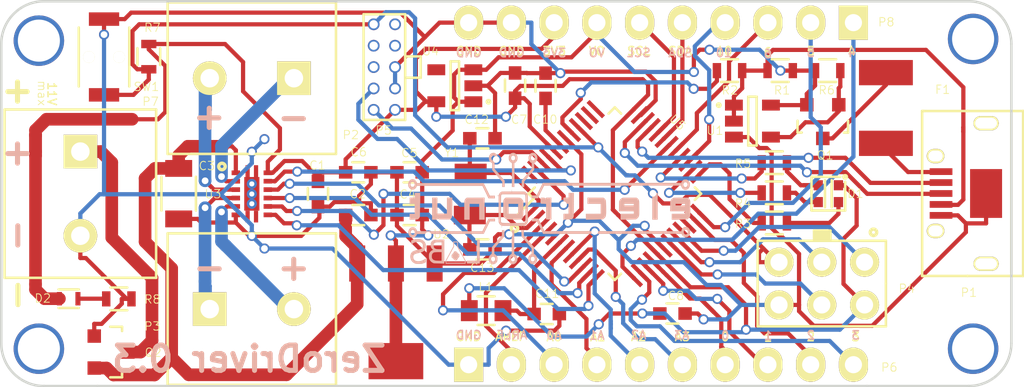
<source format=kicad_pcb>
(kicad_pcb (version 20171130) (host pcbnew "(5.1.12)-1")
  (layers (0 F.Cu signal) (31 B.Cu signal) (34 B.Paste user hide) (35 F.Paste user hide) (36 B.SilkS user hide) (37 F.SilkS user hide) (38 B.Mask user hide) (39 F.Mask user hide) (44 Edge.Cuts user))
  (net 0 "")
  (net 1 3V3)
  (net 2 GND)
  (net 3 VM)
  (net 4 "Net-(C10-Pad2)")
  (net 5 "Net-(C11-Pad2)")
  (net 6 "Net-(C12-Pad2)")
  (net 7 "Net-(C13-Pad2)")
  (net 8 "Net-(D1-Pad2)")
  (net 9 "Net-(D1-Pad3)")
  (net 10 "Net-(D1-Pad4)")
  (net 11 "Net-(D2-Pad1)")
  (net 12 "Net-(F1-Pad2)")
  (net 13 "Net-(F1-Pad1)")
  (net 14 D-)
  (net 15 D+)
  (net 16 ID)
  (net 17 "Net-(P2-Pad1)")
  (net 18 "Net-(P2-Pad2)")
  (net 19 "Net-(P3-Pad1)")
  (net 20 "Net-(P3-Pad2)")
  (net 21 MISO)
  (net 22 SCK)
  (net 23 MOSI)
  (net 24 SWDIO)
  (net 25 SWCLK)
  (net 26 AREF)
  (net 27 A0)
  (net 28 A1)
  (net 29 A2)
  (net 30 A3)
  (net 31 0)
  (net 32 1)
  (net 33 2)
  (net 34 3)
  (net 35 4)
  (net 36 5)
  (net 37 6)
  (net 38 10)
  (net 39 SDA)
  (net 40 SCL)
  (net 41 USB)
  (net 42 "Net-(Q1-Pad1)")
  (net 43 RED)
  (net 44 BLUE)
  (net 45 GREEN)
  (net 46 MODE)
  (net 47 PH1)
  (net 48 PWM1)
  (net 49 PH2)
  (net 50 PWM2)
  (net 51 RESET)
  (net 52 "Net-(P5-Pad6)")
  (net 53 "Net-(P5-Pad7)")
  (net 54 "Net-(P5-Pad8)")
  (net 55 "Net-(P5-Pad9)")
  (net 56 "Net-(U4-Pad4)")
  (net 57 "Net-(U5-Pad22)")
  (net 58 "Net-(U5-Pad37)")
  (net 59 "Net-(U5-Pad38)")
  (net 60 "Net-(U5-Pad39)")
  (net 61 "Net-(U5-Pad48)")
  (net 62 VM+)
  (net 63 VO)
  (module zeroDriver:SOT-23-5 (layer F.Cu) (at 115.21 104.08 180)
    (fp_text reference U4 (at 1.44 2.06 180) (layer F.SilkS) (effects (font (size 0.5 0.5) (thickness 0.05))))
    (fp_text value AP2112K hide)
    (pad 1 smd rect (at -1.1 -0.95 180) (size 1.06 0.65) (layers F.Cu F.Paste F.Mask) (net 63 VO))
    (pad 2 smd rect (at -1.1 0 180) (size 1.06 0.65) (layers F.Cu F.Paste F.Mask) (net 2 GND))
    (pad 3 smd rect (at -1.1 0.95 180) (size 1.06 0.65) (layers F.Cu F.Paste F.Mask) (net 63 VO))
    (pad 4 smd rect (at 1.1 0.95 180) (size 1.06 0.65) (layers F.Cu F.Paste F.Mask) (net 56 "Net-(U4-Pad4)"))
    (pad 5 smd rect (at 1.1 -0.95 180) (size 1.06 0.65) (layers F.Cu F.Paste F.Mask) (net 1 3V3))
  )
  (module tinybot:via (layer F.Cu) (at 103.15 108)
    (fp_text reference via_7 hide)
    (fp_text value VAL** hide)
    (pad "" thru_hole circle (at 0 0) (size 0.6 0.6) (drill 0.4) (layers *.Cu) (net 2 GND))
  )
  (module Housings_QFP:TQFP-48_7x7mm_Pitch0.5mm (layer F.Cu) (at 124.714 110.49 45)
    (fp_text reference U5 (at 5.632813 -0.363453 135) (layer F.SilkS) (effects (font (size 0.5 0.5) (thickness 0.05))))
    (fp_text value SAMD21G18A hide)
    (pad 1 smd rect (at -4.35 -2.75 45) (size 1.3 0.25) (layers F.Cu F.Paste F.Mask) (net 6 "Net-(C12-Pad2)"))
    (pad 2 smd rect (at -4.35 -2.25 45) (size 1.3 0.25) (layers F.Cu F.Paste F.Mask) (net 7 "Net-(C13-Pad2)"))
    (pad 3 smd rect (at -4.35 -1.75 45) (size 1.3 0.25) (layers F.Cu F.Paste F.Mask) (net 27 A0))
    (pad 4 smd rect (at -4.35 -1.25 45) (size 1.3 0.25) (layers F.Cu F.Paste F.Mask) (net 26 AREF))
    (pad 5 smd rect (at -4.35 -0.75 45) (size 1.3 0.25) (layers F.Cu F.Paste F.Mask) (net 2 GND))
    (pad 6 smd rect (at -4.35 -0.25 45) (size 1.3 0.25) (layers F.Cu F.Paste F.Mask) (net 5 "Net-(C11-Pad2)"))
    (pad 7 smd rect (at -4.35 0.25 45) (size 1.3 0.25) (layers F.Cu F.Paste F.Mask) (net 28 A1))
    (pad 8 smd rect (at -4.35 0.75 45) (size 1.3 0.25) (layers F.Cu F.Paste F.Mask) (net 29 A2))
    (pad 9 smd rect (at -4.35 1.25 45) (size 1.3 0.25) (layers F.Cu F.Paste F.Mask) (net 30 A3))
    (pad 10 smd rect (at -4.35 1.75 45) (size 1.3 0.25) (layers F.Cu F.Paste F.Mask) (net 47 PH1))
    (pad 11 smd rect (at -4.35 2.25 45) (size 1.3 0.25) (layers F.Cu F.Paste F.Mask) (net 48 PWM1))
    (pad 12 smd rect (at -4.35 2.75 45) (size 1.3 0.25) (layers F.Cu F.Paste F.Mask) (net 50 PWM2))
    (pad 13 smd rect (at -2.75 4.35 135) (size 1.3 0.25) (layers F.Cu F.Paste F.Mask) (net 35 4))
    (pad 14 smd rect (at -2.25 4.35 135) (size 1.3 0.25) (layers F.Cu F.Paste F.Mask) (net 34 3))
    (pad 15 smd rect (at -1.75 4.35 135) (size 1.3 0.25) (layers F.Cu F.Paste F.Mask) (net 32 1))
    (pad 16 smd rect (at -1.25 4.35 135) (size 1.3 0.25) (layers F.Cu F.Paste F.Mask) (net 31 0))
    (pad 17 smd rect (at -0.75 4.35 135) (size 1.3 0.25) (layers F.Cu F.Paste F.Mask) (net 1 3V3))
    (pad 18 smd rect (at -0.25 4.35 135) (size 1.3 0.25) (layers F.Cu F.Paste F.Mask) (net 2 GND))
    (pad 19 smd rect (at 0.25 4.35 135) (size 1.3 0.25) (layers F.Cu F.Paste F.Mask) (net 23 MOSI))
    (pad 20 smd rect (at 0.75 4.35 135) (size 1.3 0.25) (layers F.Cu F.Paste F.Mask) (net 22 SCK))
    (pad 21 smd rect (at 1.25 4.35 135) (size 1.3 0.25) (layers F.Cu F.Paste F.Mask) (net 21 MISO))
    (pad 22 smd rect (at 1.75 4.35 135) (size 1.3 0.25) (layers F.Cu F.Paste F.Mask) (net 57 "Net-(U5-Pad22)"))
    (pad 23 smd rect (at 2.25 4.35 135) (size 1.3 0.25) (layers F.Cu F.Paste F.Mask) (net 33 2))
    (pad 24 smd rect (at 2.75 4.35 135) (size 1.3 0.25) (layers F.Cu F.Paste F.Mask) (net 36 5))
    (pad 25 smd rect (at 4.35 2.75 45) (size 1.3 0.25) (layers F.Cu F.Paste F.Mask) (net 45 GREEN))
    (pad 26 smd rect (at 4.35 2.25 45) (size 1.3 0.25) (layers F.Cu F.Paste F.Mask) (net 44 BLUE))
    (pad 27 smd rect (at 4.35 1.75 45) (size 1.3 0.25) (layers F.Cu F.Paste F.Mask) (net 38 10))
    (pad 28 smd rect (at 4.35 1.25 45) (size 1.3 0.25) (layers F.Cu F.Paste F.Mask) (net 43 RED))
    (pad 29 smd rect (at 4.35 0.75 45) (size 1.3 0.25) (layers F.Cu F.Paste F.Mask) (net 37 6))
    (pad 30 smd rect (at 4.35 0.25 45) (size 1.3 0.25) (layers F.Cu F.Paste F.Mask) (net 46 MODE))
    (pad 31 smd rect (at 4.35 -0.25 45) (size 1.3 0.25) (layers F.Cu F.Paste F.Mask) (net 39 SDA))
    (pad 32 smd rect (at 4.35 -0.75 45) (size 1.3 0.25) (layers F.Cu F.Paste F.Mask) (net 40 SCL))
    (pad 33 smd rect (at 4.35 -1.25 45) (size 1.3 0.25) (layers F.Cu F.Paste F.Mask) (net 14 D-))
    (pad 34 smd rect (at 4.35 -1.75 45) (size 1.3 0.25) (layers F.Cu F.Paste F.Mask) (net 15 D+))
    (pad 35 smd rect (at 4.35 -2.25 45) (size 1.3 0.25) (layers F.Cu F.Paste F.Mask) (net 2 GND))
    (pad 36 smd rect (at 4.35 -2.75 45) (size 1.3 0.25) (layers F.Cu F.Paste F.Mask) (net 1 3V3))
    (pad 37 smd rect (at 2.75 -4.35 135) (size 1.3 0.25) (layers F.Cu F.Paste F.Mask) (net 58 "Net-(U5-Pad37)"))
    (pad 38 smd rect (at 2.25 -4.35 135) (size 1.3 0.25) (layers F.Cu F.Paste F.Mask) (net 59 "Net-(U5-Pad38)"))
    (pad 39 smd rect (at 1.75 -4.35 135) (size 1.3 0.25) (layers F.Cu F.Paste F.Mask) (net 60 "Net-(U5-Pad39)"))
    (pad 40 smd rect (at 1.25 -4.35 135) (size 1.3 0.25) (layers F.Cu F.Paste F.Mask) (net 51 RESET))
    (pad 41 smd rect (at 0.75 -4.35 135) (size 1.3 0.25) (layers F.Cu F.Paste F.Mask) (net 41 USB))
    (pad 42 smd rect (at 0.25 -4.35 135) (size 1.3 0.25) (layers F.Cu F.Paste F.Mask) (net 2 GND))
    (pad 43 smd rect (at -0.25 -4.35 135) (size 1.3 0.25) (layers F.Cu F.Paste F.Mask) (net 4 "Net-(C10-Pad2)"))
    (pad 44 smd rect (at -0.75 -4.35 135) (size 1.3 0.25) (layers F.Cu F.Paste F.Mask) (net 1 3V3))
    (pad 45 smd rect (at -1.25 -4.35 135) (size 1.3 0.25) (layers F.Cu F.Paste F.Mask) (net 25 SWCLK))
    (pad 46 smd rect (at -1.75 -4.35 135) (size 1.3 0.25) (layers F.Cu F.Paste F.Mask) (net 24 SWDIO))
    (pad 47 smd rect (at -2.25 -4.35 135) (size 1.3 0.25) (layers F.Cu F.Paste F.Mask) (net 49 PH2))
    (pad 48 smd rect (at -2.75 -4.35 135) (size 1.3 0.25) (layers F.Cu F.Paste F.Mask) (net 61 "Net-(U5-Pad48)"))
  )
  (module tinybot:TerminalBlock_5mm_1x2 (layer F.Cu) (at 103.15 103.63 180)
    (fp_text reference P2 (at -5.88 -3.37 180) (layer F.SilkS) (effects (font (size 0.5 0.5) (thickness 0.05))))
    (fp_text value M1 hide)
    (pad 1 thru_hole rect (at -2.5 0 180) (size 1.99898 1.99898) (drill 1.09728) (layers *.Cu *.Mask F.SilkS) (net 17 "Net-(P2-Pad1)"))
    (pad 2 thru_hole oval (at 2.5 0 180) (size 1.99898 1.99898) (drill 1.09728) (layers *.Cu *.Mask F.SilkS) (net 18 "Net-(P2-Pad2)"))
  )
  (module TO_SOT_Packages_SMD:SOT-23 (layer F.Cu) (at 137.07 106.21 180)
    (fp_text reference Q1 (at -0.14 -2 180) (layer F.SilkS) (effects (font (size 0.5 0.5) (thickness 0.05))))
    (fp_text value DMG2307L hide)
    (pad 1 smd rect (at -0.95 1.00076 180) (size 0.8001 0.8001) (layers F.Cu F.Paste F.Mask) (net 42 "Net-(Q1-Pad1)"))
    (pad 2 smd rect (at 0.95 1.00076 180) (size 0.8001 0.8001) (layers F.Cu F.Paste F.Mask) (net 63 VO))
    (pad 3 smd rect (at 0 -0.99822 180) (size 0.8001 0.8001) (layers F.Cu F.Paste F.Mask) (net 12 "Net-(F1-Pad2)"))
  )
  (module Capacitors_SMD:C_0603 (layer F.Cu) (at 107.08 110.51 270)
    (fp_text reference C1 (at -1.7 0.03) (layer F.SilkS) (effects (font (size 0.5 0.5) (thickness 0.05))))
    (fp_text value 0.1uF hide)
    (pad 1 smd rect (at -0.75 0 270) (size 0.8 0.75) (layers F.Cu F.Paste F.Mask) (net 1 3V3))
    (pad 2 smd rect (at 0.75 0 270) (size 0.8 0.75) (layers F.Cu F.Paste F.Mask) (net 2 GND))
  )
  (module Capacitors_SMD:C_0603 (layer F.Cu) (at 109.474 111.76)
    (fp_text reference C2 (at -0.034 -1.25) (layer F.SilkS) (effects (font (size 0.5 0.5) (thickness 0.05))))
    (fp_text value 0.1uF hide)
    (pad 1 smd rect (at -0.75 0) (size 0.8 0.75) (layers F.Cu F.Paste F.Mask) (net 62 VM+))
    (pad 2 smd rect (at 0.75 0) (size 0.8 0.75) (layers F.Cu F.Paste F.Mask) (net 2 GND))
  )
  (module Capacitors_SMD:C_0603 (layer F.Cu) (at 112.522 111.76 180)
    (fp_text reference C4 (at 0.112 1.23 180) (layer F.SilkS) (effects (font (size 0.5 0.5) (thickness 0.05))))
    (fp_text value 10uF hide)
    (pad 1 smd rect (at -0.75 0 180) (size 0.8 0.75) (layers F.Cu F.Paste F.Mask) (net 63 VO))
    (pad 2 smd rect (at 0.75 0 180) (size 0.8 0.75) (layers F.Cu F.Paste F.Mask) (net 2 GND))
  )
  (module Capacitors_SMD:C_0603 (layer F.Cu) (at 112.522 109.22 180)
    (fp_text reference C5 (at 0.012 1.15 180) (layer F.SilkS) (effects (font (size 0.5 0.5) (thickness 0.05))))
    (fp_text value 1uF hide)
    (pad 1 smd rect (at -0.75 0 180) (size 0.8 0.75) (layers F.Cu F.Paste F.Mask) (net 63 VO))
    (pad 2 smd rect (at 0.75 0 180) (size 0.8 0.75) (layers F.Cu F.Paste F.Mask) (net 2 GND))
  )
  (module Capacitors_SMD:C_0603 (layer F.Cu) (at 109.474 109.22)
    (fp_text reference C6 (at 0.026 -1.2) (layer F.SilkS) (effects (font (size 0.5 0.5) (thickness 0.05))))
    (fp_text value 2.2uF hide)
    (pad 1 smd rect (at -0.75 0) (size 0.8 0.75) (layers F.Cu F.Paste F.Mask) (net 1 3V3))
    (pad 2 smd rect (at 0.75 0) (size 0.8 0.75) (layers F.Cu F.Paste F.Mask) (net 2 GND))
  )
  (module Capacitors_SMD:C_0603 (layer F.Cu) (at 118.79 104.07 90)
    (fp_text reference C7 (at -2.02 0.24 180) (layer F.SilkS) (effects (font (size 0.5 0.5) (thickness 0.05))))
    (fp_text value 0.1uF hide)
    (pad 1 smd rect (at -0.75 0 90) (size 0.8 0.75) (layers F.Cu F.Paste F.Mask) (net 1 3V3))
    (pad 2 smd rect (at 0.75 0 90) (size 0.8 0.75) (layers F.Cu F.Paste F.Mask) (net 2 GND))
  )
  (module Capacitors_SMD:C_0603 (layer F.Cu) (at 128.14 117.61 180)
    (fp_text reference C8 (at -0.206 1.054 180) (layer F.SilkS) (effects (font (size 0.5 0.5) (thickness 0.05))))
    (fp_text value 0.1uF hide)
    (pad 1 smd rect (at -0.75 0 180) (size 0.8 0.75) (layers F.Cu F.Paste F.Mask) (net 2 GND))
    (pad 2 smd rect (at 0.75 0 180) (size 0.8 0.75) (layers F.Cu F.Paste F.Mask) (net 1 3V3))
  )
  (module Capacitors_SMD:C_0603 (layer F.Cu) (at 120.6 104.08 270)
    (fp_text reference C10 (at 2 0.02) (layer F.SilkS) (effects (font (size 0.5 0.5) (thickness 0.05))))
    (fp_text value 0.1uF hide)
    (pad 1 smd rect (at -0.75 0 270) (size 0.8 0.75) (layers F.Cu F.Paste F.Mask) (net 2 GND))
    (pad 2 smd rect (at 0.75 0 270) (size 0.8 0.75) (layers F.Cu F.Paste F.Mask) (net 4 "Net-(C10-Pad2)"))
  )
  (module Capacitors_SMD:C_0603 (layer F.Cu) (at 120.67 117.64 180)
    (fp_text reference C11 (at -0.03 1.21 180) (layer F.SilkS) (effects (font (size 0.5 0.5) (thickness 0.05))))
    (fp_text value 0.1uF hide)
    (pad 1 smd rect (at -0.75 0 180) (size 0.8 0.75) (layers F.Cu F.Paste F.Mask) (net 2 GND))
    (pad 2 smd rect (at 0.75 0 180) (size 0.8 0.75) (layers F.Cu F.Paste F.Mask) (net 5 "Net-(C11-Pad2)"))
  )
  (module Capacitors_SMD:C_0603 (layer F.Cu) (at 116.85 107.2 180)
    (fp_text reference C12 (at 0.34 1.11 180) (layer F.SilkS) (effects (font (size 0.5 0.5) (thickness 0.05))))
    (fp_text value 15pF hide)
    (pad 1 smd rect (at -0.75 0 180) (size 0.8 0.75) (layers F.Cu F.Paste F.Mask) (net 2 GND))
    (pad 2 smd rect (at 0.75 0 180) (size 0.8 0.75) (layers F.Cu F.Paste F.Mask) (net 6 "Net-(C12-Pad2)"))
  )
  (module Capacitors_SMD:C_0603 (layer F.Cu) (at 116.85 113.8 180)
    (fp_text reference C13 (at 0.01 -1.09 180) (layer F.SilkS) (effects (font (size 0.5 0.5) (thickness 0.05))))
    (fp_text value 15pF hide)
    (pad 1 smd rect (at -0.75 0 180) (size 0.8 0.75) (layers F.Cu F.Paste F.Mask) (net 2 GND))
    (pad 2 smd rect (at 0.75 0 180) (size 0.8 0.75) (layers F.Cu F.Paste F.Mask) (net 7 "Net-(C13-Pad2)"))
  )
  (module zeroDriver:CREE-CA (layer F.Cu) (at 137.4 110.49 90)
    (fp_text reference D1 (at 0 1.61 180) (layer F.SilkS) (effects (font (size 0.5 0.5) (thickness 0.05))))
    (fp_text value Led_RGB_CA hide)
    (pad 1 smd rect (at 0.5 0.6 90) (size 0.6 0.55) (layers F.Cu F.Paste F.Mask) (net 1 3V3))
    (pad 2 smd rect (at -0.5 0.6 90) (size 0.6 0.55) (layers F.Cu F.Paste F.Mask) (net 8 "Net-(D1-Pad2)"))
    (pad 3 smd rect (at -0.5 -0.6 90) (size 0.6 0.55) (layers F.Cu F.Paste F.Mask) (net 9 "Net-(D1-Pad3)"))
    (pad 4 smd rect (at 0.5 -0.6 90) (size 0.6 0.55) (layers F.Cu F.Paste F.Mask) (net 10 "Net-(D1-Pad4)"))
  )
  (module tinybot:BOURNS_PTC_FUSE_S1 (layer F.Cu) (at 140.82 105.4 90)
    (fp_text reference F1 (at 1.09 3.37 180) (layer F.SilkS) (effects (font (size 0.5 0.5) (thickness 0.05))))
    (fp_text value FUSE hide)
    (pad 2 smd rect (at 2.1 0 90) (size 1.5 3.2) (layers F.Cu F.Paste F.Mask) (net 12 "Net-(F1-Pad2)"))
    (pad 1 smd rect (at -2.1 0 90) (size 1.5 3.2) (layers F.Cu F.Paste F.Mask) (net 13 "Net-(F1-Pad1)"))
  )
  (module tinybot:TerminalBlock_5mm_1x2 (layer F.Cu) (at 103.15 117.348)
    (fp_text reference P3 (at -5.91 1.022) (layer F.SilkS) (effects (font (size 0.5 0.5) (thickness 0.05))))
    (fp_text value M2 hide)
    (pad 1 thru_hole rect (at -2.5 0) (size 1.99898 1.99898) (drill 1.09728) (layers *.Cu *.Mask F.SilkS) (net 19 "Net-(P3-Pad1)"))
    (pad 2 thru_hole oval (at 2.5 0) (size 1.99898 1.99898) (drill 1.09728) (layers *.Cu *.Mask F.SilkS) (net 20 "Net-(P3-Pad2)"))
  )
  (module Resistors_SMD:R_0603 (layer F.Cu) (at 134.54 103.18 180)
    (fp_text reference R1 (at -0.11 -1.17 180) (layer F.SilkS) (effects (font (size 0.5 0.5) (thickness 0.05))))
    (fp_text value 100K hide)
    (pad 1 smd rect (at -0.75 0 180) (size 0.5 0.9) (layers F.Cu F.Paste F.Mask) (net 63 VO))
    (pad 2 smd rect (at 0.75 0 180) (size 0.5 0.9) (layers F.Cu F.Paste F.Mask) (net 16 ID))
  )
  (module Resistors_SMD:R_0603 (layer F.Cu) (at 131.53 103.18 180)
    (fp_text reference R2 (at -0.02 -1.17 180) (layer F.SilkS) (effects (font (size 0.5 0.5) (thickness 0.05))))
    (fp_text value 300R hide)
    (pad 1 smd rect (at -0.75 0 180) (size 0.5 0.9) (layers F.Cu F.Paste F.Mask) (net 16 ID))
    (pad 2 smd rect (at 0.75 0 180) (size 0.5 0.9) (layers F.Cu F.Paste F.Mask) (net 41 USB))
  )
  (module Resistors_SMD:R_0603 (layer F.Cu) (at 134.19 112.23 180)
    (fp_text reference R3 (at 1.86 -0.04 180) (layer F.SilkS) (effects (font (size 0.5 0.5) (thickness 0.05))))
    (fp_text value 200 hide)
    (pad 1 smd rect (at -0.75 0 180) (size 0.5 0.9) (layers F.Cu F.Paste F.Mask) (net 8 "Net-(D1-Pad2)"))
    (pad 2 smd rect (at 0.75 0 180) (size 0.5 0.9) (layers F.Cu F.Paste F.Mask) (net 45 GREEN))
  )
  (module Resistors_SMD:R_0603 (layer F.Cu) (at 134.19 110.44 180)
    (fp_text reference R4 (at 1.86 -0.63 180) (layer F.SilkS) (effects (font (size 0.5 0.5) (thickness 0.05))))
    (fp_text value 100 hide)
    (pad 1 smd rect (at -0.75 0 180) (size 0.5 0.9) (layers F.Cu F.Paste F.Mask) (net 9 "Net-(D1-Pad3)"))
    (pad 2 smd rect (at 0.75 0 180) (size 0.5 0.9) (layers F.Cu F.Paste F.Mask) (net 44 BLUE))
  )
  (module Resistors_SMD:R_0603 (layer F.Cu) (at 134.19 108.65 180)
    (fp_text reference R5 (at 1.86 -0.06 180) (layer F.SilkS) (effects (font (size 0.5 0.5) (thickness 0.05))))
    (fp_text value 100 hide)
    (pad 1 smd rect (at -0.75 0 180) (size 0.5 0.9) (layers F.Cu F.Paste F.Mask) (net 10 "Net-(D1-Pad4)"))
    (pad 2 smd rect (at 0.75 0 180) (size 0.5 0.9) (layers F.Cu F.Paste F.Mask) (net 43 RED))
  )
  (module Resistors_SMD:R_0603 (layer F.Cu) (at 137.36 103.18)
    (fp_text reference R6 (at -0.06 1.16) (layer F.SilkS) (effects (font (size 0.5 0.5) (thickness 0.05))))
    (fp_text value 47K hide)
    (pad 1 smd rect (at -0.75 0) (size 0.5 0.9) (layers F.Cu F.Paste F.Mask) (net 63 VO))
    (pad 2 smd rect (at 0.75 0) (size 0.5 0.9) (layers F.Cu F.Paste F.Mask) (net 42 "Net-(Q1-Pad1)"))
  )
  (module Resistors_SMD:R_0603 (layer F.Cu) (at 97.03 102.35 270)
    (fp_text reference R7 (at -1.72 -0.21) (layer F.SilkS) (effects (font (size 0.5 0.5) (thickness 0.05))))
    (fp_text value 10K hide)
    (pad 1 smd rect (at -0.75 0 270) (size 0.5 0.9) (layers F.Cu F.Paste F.Mask) (net 1 3V3))
    (pad 2 smd rect (at 0.75 0 270) (size 0.5 0.9) (layers F.Cu F.Paste F.Mask) (net 51 RESET))
  )
  (module Resistors_SMD:R_0603 (layer F.Cu) (at 95.25 116.74)
    (fp_text reference R8 (at 1.99 0.03) (layer F.SilkS) (effects (font (size 0.5 0.5) (thickness 0.05))))
    (fp_text value 330R hide)
    (pad 1 smd rect (at -0.75 0) (size 0.5 0.9) (layers F.Cu F.Paste F.Mask) (net 11 "Net-(D2-Pad1)"))
    (pad 2 smd rect (at 0.75 0) (size 0.5 0.9) (layers F.Cu F.Paste F.Mask) (net 2 GND))
  )
  (module tinybot:LD1117_SOT223 (layer F.Cu) (at 111.71 117.54 180)
    (fp_text reference U2 (at -2.71 4.64 180) (layer F.SilkS) (effects (font (size 0.5 0.5) (thickness 0.05))))
    (fp_text value LD1117S5TR hide)
    (pad 3 smd rect (at 2.3 2.9 180) (size 0.95 2.15) (layers F.Cu F.Paste F.Mask) (net 62 VM+))
    (pad 1 smd rect (at -2.3 2.9 180) (size 0.95 2.15) (layers F.Cu F.Paste F.Mask) (net 2 GND))
    (pad 2 smd rect (at 0 -2.9 180) (size 3.25 2.15) (layers F.Cu F.Paste F.Mask) (net 63 VO))
    (pad 2 smd rect (at 0 2.9 180) (size 0.95 2.15) (layers F.Cu F.Paste F.Mask) (net 63 VO))
  )
  (module tinybot:TerminalBlock_5mm_1x2 (layer F.Cu) (at 92.964 110.49 270)
    (fp_text reference P7 (at -5.47 -4.166) (layer F.SilkS) (effects (font (size 0.5 0.5) (thickness 0.05))))
    (fp_text value M3 hide)
    (pad 1 thru_hole rect (at -2.5 0 270) (size 1.99898 1.99898) (drill 1.09728) (layers *.Cu *.Mask F.SilkS) (net 3 VM))
    (pad 2 thru_hole oval (at 2.5 0 270) (size 1.99898 1.99898) (drill 1.09728) (layers *.Cu *.Mask F.SilkS) (net 2 GND))
  )
  (module Capacitors_SMD:C_1206 (layer F.Cu) (at 98.806 110.49 270)
    (fp_text reference C3 (at -1.65 -1.674) (layer F.SilkS) (effects (font (size 0.5 0.5) (thickness 0.05))))
    (fp_text value 10uF hide)
    (pad 1 smd rect (at -1.5 0 270) (size 1 1.6) (layers F.Cu F.Paste F.Mask) (net 62 VM+))
    (pad 2 smd rect (at 1.5 0 270) (size 1 1.6) (layers F.Cu F.Paste F.Mask) (net 2 GND))
  )
  (module sensei:mount-holes (layer F.Cu) (at 90.5 101.4)
    (fp_text reference REF**_4 hide)
    (fp_text value "mount holes" hide)
    (pad 1 thru_hole circle (at 0 0) (size 3 3) (drill 2.5) (layers *.Cu *.Mask))
  )
  (module sensei:mount-holes (layer F.Cu) (at 146 101.3)
    (fp_text reference REF**_3 hide)
    (fp_text value "mount holes" hide)
    (pad 1 thru_hole circle (at 0 0) (size 3 3) (drill 2.5) (layers *.Cu *.Mask))
  )
  (module sensei:mount-holes (layer F.Cu) (at 146 119.7)
    (fp_text reference REF**_2 hide)
    (fp_text value "mount holes" hide)
    (pad 1 thru_hole circle (at 0 0) (size 3 3) (drill 2.5) (layers *.Cu *.Mask))
  )
  (module sensei:mount-holes (layer F.Cu) (at 90.5 119.7)
    (fp_text reference REF** hide)
    (fp_text value "mount holes" hide)
    (pad 1 thru_hole circle (at 0 0) (size 3 3) (drill 2.5) (layers *.Cu *.Mask))
  )
  (module sensei:en-labs-logo (layer B.Cu) (at 120.82 111.37 180)
    (fp_text reference G*** hide)
    (fp_text value LOGO hide)
  )
  (module tinybot:via (layer F.Cu) (at 103.15 110.51)
    (fp_text reference via_6 hide)
    (fp_text value VAL** hide)
    (pad 1 thru_hole circle (at 0 0) (size 0.6 0.6) (drill 0.3) (layers *.Cu))
  )
  (module tinybot:via (layer F.Cu) (at 103.15 109.91)
    (fp_text reference via_5 hide)
    (fp_text value VAL** hide)
    (pad 1 thru_hole circle (at 0 0) (size 0.6 0.6) (drill 0.3) (layers *.Cu))
  )
  (module tinybot:via (layer F.Cu) (at 103.15 111.09)
    (fp_text reference via_4 hide)
    (fp_text value VAL** hide)
    (pad 1 thru_hole circle (at 0 0) (size 0.6 0.6) (drill 0.3) (layers *.Cu))
  )
  (module tinybot:via (layer F.Cu) (at 103.15 113)
    (fp_text reference via_3 hide)
    (fp_text value VAL** hide)
    (pad "" thru_hole circle (at 0 0) (size 0.6 0.6) (drill 0.4) (layers *.Cu) (net 2 GND))
  )
  (module tinybot:via (layer F.Cu) (at 103.9 113.75)
    (fp_text reference via_2 hide)
    (fp_text value VAL** hide)
    (pad "" thru_hole circle (at 0 0) (size 0.6 0.6) (drill 0.4) (layers *.Cu) (net 2 GND))
  )
  (module tinybot:via (layer F.Cu) (at 103.9 107.25)
    (fp_text reference via hide)
    (fp_text value VAL** hide)
    (pad "" thru_hole circle (at 0 0) (size 0.6 0.6) (drill 0.4) (layers *.Cu) (net 2 GND))
  )
  (module TO_SOT_Packages_SMD:SOT-23 (layer F.Cu) (at 94.79 119.9 270)
    (fp_text reference Q2 (at 0.03 -2.5) (layer F.SilkS) (effects (font (size 0.5 0.5) (thickness 0.05))))
    (fp_text value NCE3407A hide)
    (pad 1 smd rect (at -0.95 1.00076 270) (size 0.8001 0.8001) (layers F.Cu F.Paste F.Mask) (net 2 GND))
    (pad 2 smd rect (at 0.95 1.00076 270) (size 0.8001 0.8001) (layers F.Cu F.Paste F.Mask) (net 62 VM+))
    (pad 3 smd rect (at 0 -0.99822 270) (size 0.8001 0.8001) (layers F.Cu F.Paste F.Mask) (net 3 VM))
  )
  (module Capacitors_SMD:C_0805 (layer F.Cu) (at 117.07 117.44)
    (fp_text reference L1 (at -0.02 -1.41 180) (layer F.SilkS) (effects (font (size 0.5 0.5) (thickness 0.05))))
    (fp_text value "Ferrite Bead" hide)
    (pad 1 smd rect (at -1 0) (size 1 1.25) (layers F.Cu F.Paste F.Mask) (net 1 3V3))
    (pad 2 smd rect (at 1 0) (size 1 1.25) (layers F.Cu F.Paste F.Mask) (net 5 "Net-(C11-Pad2)"))
  )
  (module zeroDriver:JTAG (layer B.Cu) (at 111.66 105.51 90)
    (fp_text reference P5 (at -1.22 -0.68) (layer F.SilkS) (effects (font (size 0.5 0.5) (thickness 0.05))))
    (fp_text value CONN_02X05 hide)
    (pad 1 thru_hole circle (at 0 0 90) (size 0.7 0.7) (drill 0.5) (layers *.Cu *.Mask) (net 1 3V3))
    (pad 2 thru_hole circle (at 0 -1.27 90) (size 0.7 0.7) (drill 0.5) (layers *.Cu *.Mask) (net 24 SWDIO))
    (pad 3 thru_hole circle (at 1.27 0 90) (size 0.7 0.7) (drill 0.5) (layers *.Cu *.Mask) (net 2 GND))
    (pad 4 thru_hole circle (at 1.27 -1.27 90) (size 0.7 0.7) (drill 0.5) (layers *.Cu *.Mask) (net 25 SWCLK))
    (pad 5 thru_hole circle (at 2.54 0 90) (size 0.7 0.7) (drill 0.5) (layers *.Cu *.Mask) (net 2 GND))
    (pad 6 thru_hole circle (at 2.54 -1.27 90) (size 0.7 0.7) (drill 0.5) (layers *.Cu *.Mask) (net 52 "Net-(P5-Pad6)"))
    (pad 7 thru_hole circle (at 3.81 0 90) (size 0.7 0.7) (drill 0.5) (layers *.Cu *.Mask) (net 53 "Net-(P5-Pad7)"))
    (pad 8 thru_hole circle (at 3.81 -1.27 90) (size 0.7 0.7) (drill 0.5) (layers *.Cu *.Mask) (net 54 "Net-(P5-Pad8)"))
    (pad 9 thru_hole circle (at 5.08 0 90) (size 0.7 0.7) (drill 0.5) (layers *.Cu *.Mask) (net 55 "Net-(P5-Pad9)"))
    (pad 10 thru_hole circle (at 5.08 -1.27 90) (size 0.7 0.7) (drill 0.5) (layers *.Cu *.Mask) (net 51 RESET))
  )
  (module zeroDriver:DRV8835 (layer F.Cu) (at 103.15 110.5 270)
    (fp_text reference U3 (at 0.01 2.31) (layer F.SilkS) (effects (font (size 0.5 0.5) (thickness 0.05))))
    (fp_text value DRV8835 hide)
    (pad 0 smd rect (at 0 0 270) (size 2 0.9) (layers F.Cu F.Paste F.Mask))
    (pad 0 smd rect (at 1.35 0.25 270) (size 0.7 0.25) (layers F.Cu F.Paste F.Mask))
    (pad 0 smd rect (at -1.35 0.25 270) (size 0.7 0.25) (layers F.Cu F.Paste F.Mask))
    (pad 0 smd rect (at 1.35 -0.25 270) (size 0.7 0.25) (layers F.Cu F.Paste F.Mask))
    (pad 0 smd rect (at -1.35 -0.25 270) (size 0.7 0.25) (layers F.Cu F.Paste F.Mask))
    (pad 12 smd rect (at -1.25 -0.95 270) (size 0.28 0.5) (layers F.Cu F.Paste F.Mask) (net 1 3V3))
    (pad 11 smd rect (at -0.75 -0.95 270) (size 0.28 0.5) (layers F.Cu F.Paste F.Mask) (net 46 MODE))
    (pad 10 smd rect (at -0.25 -0.95 270) (size 0.28 0.5) (layers F.Cu F.Paste F.Mask) (net 47 PH1))
    (pad 9 smd rect (at 0.25 -0.95 270) (size 0.28 0.5) (layers F.Cu F.Paste F.Mask) (net 48 PWM1))
    (pad 8 smd rect (at 0.75 -0.95 270) (size 0.28 0.5) (layers F.Cu F.Paste F.Mask) (net 49 PH2))
    (pad 7 smd rect (at 1.25 -0.95 270) (size 0.28 0.5) (layers F.Cu F.Paste F.Mask) (net 50 PWM2))
    (pad 1 smd rect (at -1.25 0.95 270) (size 0.28 0.5) (layers F.Cu F.Paste F.Mask) (net 62 VM+))
    (pad 2 smd rect (at -0.75 0.95 270) (size 0.28 0.5) (layers F.Cu F.Paste F.Mask) (net 17 "Net-(P2-Pad1)"))
    (pad 3 smd rect (at -0.25 0.95 270) (size 0.28 0.5) (layers F.Cu F.Paste F.Mask) (net 18 "Net-(P2-Pad2)"))
    (pad 4 smd rect (at 0.25 0.95 270) (size 0.28 0.5) (layers F.Cu F.Paste F.Mask) (net 19 "Net-(P3-Pad1)"))
    (pad 5 smd rect (at 0.75 0.95 270) (size 0.28 0.5) (layers F.Cu F.Paste F.Mask) (net 20 "Net-(P3-Pad2)"))
    (pad 6 smd rect (at 1.25 0.95 270) (size 0.28 0.5) (layers F.Cu F.Paste F.Mask) (net 2 GND))
  )
  (module bluey:LED_0606 (layer F.Cu) (at 92.27 116.73 180)
    (fp_text reference D2 (at 1.54 0.02 180) (layer F.SilkS) (effects (font (size 0.5 0.5) (thickness 0.05))))
    (fp_text value "RED LED" hide)
    (pad 1 smd rect (at -0.55 0) (size 0.3 0.8) (layers F.Cu F.Paste F.Mask) (net 11 "Net-(D2-Pad1)"))
    (pad 2 smd rect (at 0.55 0) (size 0.3 0.8) (layers F.Cu F.Paste F.Mask) (net 1 3V3))
  )
  (module zeroDriver:SOT-23-5 (layer F.Cu) (at 132.89 106.18)
    (fp_text reference U1 (at -2.22 0.56) (layer F.SilkS) (effects (font (size 0.5 0.5) (thickness 0.05))))
    (fp_text value 74AHC1G125 hide)
    (pad 1 smd rect (at -1.1 -0.95) (size 1.06 0.65) (layers F.Cu F.Paste F.Mask) (net 16 ID))
    (pad 2 smd rect (at -1.1 0) (size 1.06 0.65) (layers F.Cu F.Paste F.Mask) (net 16 ID))
    (pad 3 smd rect (at -1.1 0.95) (size 1.06 0.65) (layers F.Cu F.Paste F.Mask) (net 2 GND))
    (pad 4 smd rect (at 1.1 0.95) (size 1.06 0.65) (layers F.Cu F.Paste F.Mask) (net 42 "Net-(Q1-Pad1)"))
    (pad 5 smd rect (at 1.1 -0.95) (size 1.06 0.65) (layers F.Cu F.Paste F.Mask) (net 63 VO))
  )
  (module zeroDriver:ICSP_2x3 (layer F.Cu) (at 139.55 114.56 270)
    (fp_text reference P4 (at 1.57 -2.51) (layer F.SilkS) (effects (font (size 0.5 0.5) (thickness 0.05))))
    (fp_text value ICSP hide)
    (pad 1 thru_hole circle (at 0 0 270) (size 1.7272 1.7272) (drill 1.016) (layers *.Cu *.Mask F.SilkS) (net 21 MISO))
    (pad 2 thru_hole oval (at 2.54 0 270) (size 1.7272 1.7272) (drill 1.016) (layers *.Cu *.Mask F.SilkS) (net 1 3V3))
    (pad 3 thru_hole oval (at 0 2.54 270) (size 1.7272 1.7272) (drill 1.016) (layers *.Cu *.Mask F.SilkS) (net 22 SCK))
    (pad 4 thru_hole oval (at 2.54 2.54 270) (size 1.7272 1.7272) (drill 1.016) (layers *.Cu *.Mask F.SilkS) (net 23 MOSI))
    (pad 5 thru_hole oval (at 0 5.08 270) (size 1.7272 1.7272) (drill 1.016) (layers *.Cu *.Mask F.SilkS) (net 51 RESET))
    (pad 6 thru_hole oval (at 2.54 5.08 270) (size 1.7272 1.7272) (drill 1.016) (layers *.Cu *.Mask F.SilkS) (net 2 GND))
  )
  (module zeroDriver:Pin_Header_Straight_1x10 (layer F.Cu) (at 116.03 120.65 90)
    (fp_text reference P6 (at -0.16 24.99) (layer F.SilkS) (effects (font (size 0.5 0.5) (thickness 0.05))))
    (fp_text value CONN_01X10 hide)
    (pad 1 thru_hole rect (at 0 0 90) (size 2.032 1.7272) (drill 1.016) (layers *.Cu *.Mask F.SilkS) (net 2 GND))
    (pad 2 thru_hole oval (at 0 2.54 90) (size 2.032 1.7272) (drill 1.016) (layers *.Cu *.Mask F.SilkS) (net 26 AREF))
    (pad 3 thru_hole oval (at 0 5.08 90) (size 2.032 1.7272) (drill 1.016) (layers *.Cu *.Mask F.SilkS) (net 27 A0))
    (pad 4 thru_hole oval (at 0 7.62 90) (size 2.032 1.7272) (drill 1.016) (layers *.Cu *.Mask F.SilkS) (net 28 A1))
    (pad 5 thru_hole oval (at 0 10.16 90) (size 2.032 1.7272) (drill 1.016) (layers *.Cu *.Mask F.SilkS) (net 29 A2))
    (pad 6 thru_hole oval (at 0 12.7 90) (size 2.032 1.7272) (drill 1.016) (layers *.Cu *.Mask F.SilkS) (net 30 A3))
    (pad 7 thru_hole oval (at 0 15.24 90) (size 2.032 1.7272) (drill 1.016) (layers *.Cu *.Mask F.SilkS) (net 31 0))
    (pad 8 thru_hole oval (at 0 17.78 90) (size 2.032 1.7272) (drill 1.016) (layers *.Cu *.Mask F.SilkS) (net 32 1))
    (pad 9 thru_hole oval (at 0 20.32 90) (size 2.032 1.7272) (drill 1.016) (layers *.Cu *.Mask F.SilkS) (net 33 2))
    (pad 10 thru_hole oval (at 0 22.86 90) (size 2.032 1.7272) (drill 1.016) (layers *.Cu *.Mask F.SilkS) (net 34 3))
  )
  (module zeroDriver:Pin_Header_Straight_1x10 (layer F.Cu) (at 138.89 100.33 270)
    (fp_text reference P8 (at -0.03 -1.95 180) (layer F.SilkS) (effects (font (size 0.5 0.5) (thickness 0.05))))
    (fp_text value CONN_01X10 hide)
    (pad 1 thru_hole rect (at 0 0 270) (size 2.032 1.7272) (drill 1.016) (layers *.Cu *.Mask F.SilkS) (net 35 4))
    (pad 2 thru_hole oval (at 0 2.54 270) (size 2.032 1.7272) (drill 1.016) (layers *.Cu *.Mask F.SilkS) (net 36 5))
    (pad 3 thru_hole oval (at 0 5.08 270) (size 2.032 1.7272) (drill 1.016) (layers *.Cu *.Mask F.SilkS) (net 37 6))
    (pad 4 thru_hole oval (at 0 7.62 270) (size 2.032 1.7272) (drill 1.016) (layers *.Cu *.Mask F.SilkS) (net 38 10))
    (pad 5 thru_hole oval (at 0 10.16 270) (size 2.032 1.7272) (drill 1.016) (layers *.Cu *.Mask F.SilkS) (net 39 SDA))
    (pad 6 thru_hole oval (at 0 12.7 270) (size 2.032 1.7272) (drill 1.016) (layers *.Cu *.Mask F.SilkS) (net 40 SCL))
    (pad 7 thru_hole oval (at 0 15.24 270) (size 2.032 1.7272) (drill 1.016) (layers *.Cu *.Mask F.SilkS) (net 63 VO))
    (pad 8 thru_hole oval (at 0 17.78 270) (size 2.032 1.7272) (drill 1.016) (layers *.Cu *.Mask F.SilkS) (net 1 3V3))
    (pad 9 thru_hole oval (at 0 20.32 270) (size 2.032 1.7272) (drill 1.016) (layers *.Cu *.Mask F.SilkS) (net 2 GND))
    (pad 10 thru_hole oval (at 0 22.86 270) (size 2.032 1.7272) (drill 1.016) (layers *.Cu *.Mask F.SilkS) (net 2 GND))
  )
  (module zeroDriver:USB_OTG (layer F.Cu) (at 145.67 110.48 90)
    (fp_text reference P1 (at -5.885 0.08 180) (layer F.SilkS) (effects (font (size 0.5 0.5) (thickness 0.05))))
    (fp_text value USB_OTG hide)
    (pad 5 smd rect (at -1.3 -1.575 180) (size 1.35 0.4) (layers F.Cu F.Paste F.Mask) (net 2 GND))
    (pad 4 smd rect (at -0.65 -1.575 180) (size 1.35 0.4) (layers F.Cu F.Paste F.Mask) (net 16 ID))
    (pad 3 smd rect (at 0 -1.575 180) (size 1.35 0.4) (layers F.Cu F.Paste F.Mask) (net 15 D+))
    (pad 2 smd rect (at 0.65 -1.575 180) (size 1.35 0.4) (layers F.Cu F.Paste F.Mask) (net 14 D-))
    (pad 1 smd rect (at 1.3 -1.575 180) (size 1.35 0.4) (layers F.Cu F.Paste F.Mask) (net 13 "Net-(F1-Pad1)"))
    (pad "" np_thru_hole oval (at -2.225 -1.9 180) (size 1.05 0.85) (drill oval 0.85 0.65) (layers *.Cu *.Mask F.SilkS))
    (pad "" np_thru_hole oval (at 2.225 -1.9 180) (size 1.05 0.85) (drill oval 0.85 0.65) (layers *.Cu *.Mask F.SilkS))
    (pad "" np_thru_hole oval (at -4.175 1.1 180) (size 1.5 0.85) (drill oval 1.3 0.65) (layers *.Cu *.Mask F.SilkS))
    (pad "" np_thru_hole oval (at 4.175 1.1 180) (size 1.5 0.85) (drill oval 1.3 0.65) (layers *.Cu *.Mask F.SilkS))
    (pad 6 smd rect (at 0 1.1 180) (size 1.9 2.9) (layers F.Cu F.Paste F.Mask) (net 2 GND))
  )
  (module zeroDriver:peter-switch (layer F.Cu) (at 94.37 102.37 90)
    (fp_text reference SW1 (at -1.77 2.52 180) (layer F.SilkS) (effects (font (size 0.5 0.5) (thickness 0.05))))
    (fp_text value SW_PUSH hide)
    (pad "" np_thru_hole circle (at 0 -0.9 90) (size 0.7 0.7) (drill 0.7) (layers *.Cu *.Mask F.SilkS))
    (pad 2 smd rect (at 2.25 0 90) (size 0.8 1.8) (layers F.Cu F.Paste F.Mask) (net 2 GND))
    (pad 1 smd rect (at -2.25 0 90) (size 0.8 1.8) (layers F.Cu F.Paste F.Mask) (net 51 RESET))
    (pad "" np_thru_hole circle (at 0 0.9 90) (size 0.7 0.7) (drill 0.7) (layers *.Cu *.Mask F.SilkS))
  )
  (module zeroDriver:crystal (layer F.Cu) (at 116.1 110.51 270)
    (fp_text reference Y1 (at -2.45 1.07) (layer F.SilkS) (effects (font (size 0.5 0.5) (thickness 0.05))))
    (fp_text value 32.768kHz hide)
    (pad 2 smd rect (at 1.25 0 270) (size 1.1 1.9) (layers F.Cu F.Paste F.Mask) (net 7 "Net-(C13-Pad2)"))
    (pad 1 smd rect (at -1.25 -0.05 270) (size 1.1 1.9) (layers F.Cu F.Paste F.Mask) (net 6 "Net-(C12-Pad2)"))
  )
  (gr_text - (at 105.64 106.14 180) (layer B.SilkS) (effects (font (size 1.5 1.5) (thickness 0.3)) (justify mirror)))
  (gr_text + (at 100.62 105.88) (layer B.SilkS) (effects (font (size 1.5 1.5) (thickness 0.3)) (justify mirror)))
  (gr_text 4 (at 138.8 102.12) (layer B.SilkS) (effects (font (size 0.5 0.5) (thickness 0.09)) (justify mirror)))
  (gr_text 5 (at 136.36 102.12) (layer B.SilkS) (effects (font (size 0.5 0.5) (thickness 0.09)) (justify mirror)))
  (gr_text 6 (at 133.81 102.19) (layer B.SilkS) (effects (font (size 0.5 0.5) (thickness 0.09)) (justify mirror)))
  (gr_text 10 (at 131.2 102.12) (layer B.SilkS) (effects (font (size 0.5 0.5) (thickness 0.09)) (justify mirror)))
  (gr_text SDA (at 128.6 102.13) (layer B.SilkS) (effects (font (size 0.5 0.5) (thickness 0.09)) (justify mirror)))
  (gr_text "SCL\n" (at 126.14 102.12) (layer B.SilkS) (effects (font (size 0.5 0.5) (thickness 0.09)) (justify mirror)))
  (gr_text VO (at 123.65 102.12) (layer B.SilkS) (effects (font (size 0.5 0.5) (thickness 0.09)) (justify mirror)))
  (gr_text 3V3 (at 121.12 102.13) (layer B.SilkS) (effects (font (size 0.5 0.5) (thickness 0.09)) (justify mirror)))
  (gr_text GND (at 118.59 102.13) (layer B.SilkS) (effects (font (size 0.5 0.5) (thickness 0.09)) (justify mirror)))
  (gr_text GND (at 116.04 102.13) (layer B.SilkS) (effects (font (size 0.5 0.5) (thickness 0.09)) (justify mirror)))
  (gr_text 3 (at 139.02 118.9) (layer B.SilkS) (effects (font (size 0.5 0.5) (thickness 0.09)) (justify mirror)))
  (gr_text "2\n" (at 136.36 118.9) (layer B.SilkS) (effects (font (size 0.5 0.5) (thickness 0.09)) (justify mirror)))
  (gr_text 1 (at 133.82 118.93) (layer B.SilkS) (effects (font (size 0.5 0.5) (thickness 0.09)) (justify mirror)))
  (gr_text 0 (at 131.27 118.9) (layer B.SilkS) (effects (font (size 0.5 0.5) (thickness 0.09)) (justify mirror)))
  (gr_text A3 (at 128.69 118.9) (layer B.SilkS) (effects (font (size 0.5 0.5) (thickness 0.09)) (justify mirror)))
  (gr_text "A2\n" (at 126.13 118.88) (layer B.SilkS) (effects (font (size 0.5 0.5) (thickness 0.09)) (justify mirror)))
  (gr_text A1 (at 123.65 118.91) (layer B.SilkS) (effects (font (size 0.5 0.5) (thickness 0.09)) (justify mirror)))
  (gr_text "A0\n" (at 121.11 118.9) (layer B.SilkS) (effects (font (size 0.5 0.5) (thickness 0.09)) (justify mirror)))
  (gr_text AREF (at 118.61 118.89) (layer B.SilkS) (effects (font (size 0.5 0.5) (thickness 0.09)) (justify mirror)))
  (gr_text "GND\n" (at 116.04 118.89) (layer B.SilkS) (effects (font (size 0.5 0.5) (thickness 0.09)) (justify mirror)))
  (gr_text - (at 100.64 115.06 180) (layer B.SilkS) (effects (font (size 1.5 1.5) (thickness 0.3)) (justify mirror)))
  (gr_text + (at 105.64 114.85) (layer B.SilkS) (effects (font (size 1.5 1.5) (thickness 0.3)) (justify mirror)))
  (gr_text max (at 90.69 104.52 270) (layer F.SilkS) (effects (font (size 0.5 0.5) (thickness 0.05))))
  (gr_text - (at 89.14 112.97 90) (layer B.SilkS) (effects (font (size 1.5 1.5) (thickness 0.3)) (justify mirror)))
  (gr_text + (at 89.23 108) (layer B.SilkS) (effects (font (size 1.5 1.5) (thickness 0.3)) (justify mirror)))
  (gr_text "11V\n" (at 91.27 104.56 270) (layer F.SilkS) (effects (font (size 0.5 0.5) (thickness 0.09))))
  (gr_text GND (at 118.59 102.02) (layer F.SilkS) (effects (font (size 0.5 0.5) (thickness 0.09))))
  (gr_text - (at 89.15 116.51 90) (layer F.SilkS) (effects (font (size 1.5 1.5) (thickness 0.3))))
  (gr_text + (at 89.23 104.32) (layer F.SilkS) (effects (font (size 1.5 1.5) (thickness 0.3))))
  (gr_text "ZeroDriver 0.3" (at 102.99 120.31) (layer B.SilkS) (effects (font (size 1.5 1.5) (thickness 0.3)) (justify mirror)))
  (gr_text GND (at 116.04 102.02) (layer F.SilkS) (effects (font (size 0.5 0.5) (thickness 0.09))))
  (gr_text 3V3 (at 121.12 102.02) (layer F.SilkS) (effects (font (size 0.5 0.5) (thickness 0.09))))
  (gr_text "VO\n" (at 123.65 102.02) (layer F.SilkS) (effects (font (size 0.5 0.5) (thickness 0.09))))
  (gr_text "SCL\n" (at 126.14 102.02) (layer F.SilkS) (effects (font (size 0.5 0.5) (thickness 0.09))))
  (gr_text SDA (at 128.6 102.02) (layer F.SilkS) (effects (font (size 0.5 0.5) (thickness 0.09))))
  (gr_text 10 (at 131.21 102.02) (layer F.SilkS) (effects (font (size 0.5 0.5) (thickness 0.09))))
  (gr_text 6 (at 133.81 102.09) (layer F.SilkS) (effects (font (size 0.5 0.5) (thickness 0.09))))
  (gr_text 5 (at 136.36 102.02) (layer F.SilkS) (effects (font (size 0.5 0.5) (thickness 0.09))))
  (gr_text 4 (at 138.8 102.02) (layer F.SilkS) (effects (font (size 0.5 0.5) (thickness 0.09))))
  (gr_text 3 (at 139.02 119) (layer F.SilkS) (effects (font (size 0.5 0.5) (thickness 0.09))))
  (gr_text "2\n" (at 136.36 119) (layer F.SilkS) (effects (font (size 0.5 0.5) (thickness 0.09))))
  (gr_text 1 (at 133.82 119.03) (layer F.SilkS) (effects (font (size 0.5 0.5) (thickness 0.09))))
  (gr_text 0 (at 131.27 119) (layer F.SilkS) (effects (font (size 0.5 0.5) (thickness 0.09))))
  (gr_text A3 (at 128.73 118.99) (layer F.SilkS) (effects (font (size 0.5 0.5) (thickness 0.09))))
  (gr_text "A2\n" (at 126.13 118.99) (layer F.SilkS) (effects (font (size 0.5 0.5) (thickness 0.09))))
  (gr_text A1 (at 123.7 119) (layer F.SilkS) (effects (font (size 0.5 0.5) (thickness 0.09))))
  (gr_text "A0\n" (at 121.11 119) (layer F.SilkS) (effects (font (size 0.5 0.5) (thickness 0.09))))
  (gr_text AREF (at 118.51 118.98) (layer F.SilkS) (effects (font (size 0.5 0.5) (thickness 0.09))))
  (gr_text "GND\n" (at 116.02 118.99) (layer F.SilkS) (effects (font (size 0.5 0.5) (thickness 0.09))))
  (gr_circle (center 101.37648 108.87456) (end 101.4476 109.05236) (layer F.SilkS) (width 0.2))
  (gr_circle (center 140.081 112.78616) (end 140.15212 112.96396) (layer F.SilkS) (width 0.2))
  (gr_circle (center 118.75516 112.55248) (end 118.82628 112.73028) (layer F.SilkS) (width 0.2))
  (gr_line (start 139.7 99.06) (end 145.7325 99.06) (angle 90) (layer Edge.Cuts) (width 0.15))
  (gr_line (start 145.7325 121.92) (end 139.7 121.92) (angle 90) (layer Edge.Cuts) (width 0.15))
  (gr_line (start 90.805 99.06) (end 93.98 99.06) (angle 90) (layer Edge.Cuts) (width 0.15))
  (gr_line (start 93.98 121.92) (end 90.805 121.92) (angle 90) (layer Edge.Cuts) (width 0.15))
  (gr_line (start 88.265 119.38) (end 88.265 101.6) (angle 90) (layer Edge.Cuts) (width 0.15))
  (gr_line (start 139.7 121.92) (end 93.98 121.92) (angle 90) (layer Edge.Cuts) (width 0.15))
  (gr_line (start 148.2725 101.6) (end 148.2725 119.38) (angle 90) (layer Edge.Cuts) (width 0.15))
  (gr_line (start 93.98 99.06) (end 139.7 99.06) (angle 90) (layer Edge.Cuts) (width 0.15))
  (gr_arc (start 145.7325 101.6) (end 145.7325 99.06) (angle 90) (layer Edge.Cuts) (width 0.15))
  (gr_arc (start 145.7325 119.38) (end 148.2725 119.38) (angle 90) (layer Edge.Cuts) (width 0.15))
  (gr_arc (start 90.805 119.38) (end 90.805 121.92) (angle 90) (layer Edge.Cuts) (width 0.15))
  (gr_arc (start 90.805 101.6) (end 88.265 101.6) (angle 90) (layer Edge.Cuts) (width 0.15))
  (via (at 129.98704 117.9576) (size 0.6) (drill 0.4) (layers F.Cu B.Cu) (net 2))
  (segment (start 126.0855 112.9255) (end 126.0889 112.9255) (width 0.25) (layer F.Cu) (net 1))
  (segment (start 126.0889 112.9255) (end 127.2596 114.0962) (width 0.25) (layer F.Cu) (net 1))
  (segment (start 126.0855 112.9255) (end 124.915 111.755) (width 0.25) (layer F.Cu) (net 1))
  (segment (start 127.256 114.096) (end 126.0855 112.9255) (width 0.25) (layer F.Cu) (net 1))
  (segment (start 106.935 109.74) (end 107.06 109.74) (width 0.25) (layer F.Cu) (net 1))
  (segment (start 107.06 109.74) (end 107.08 109.76) (width 0.25) (layer F.Cu) (net 1))
  (segment (start 106.93 109.736) (end 106.934 109.74) (width 0.25) (layer F.Cu) (net 1))
  (segment (start 106.934 109.74) (end 106.935 109.74) (width 0.25) (layer F.Cu) (net 1))
  (segment (start 127.26 114.098) (end 127.2596 114.0976) (width 0.25) (layer F.Cu) (net 1))
  (segment (start 127.2596 114.0976) (end 127.2596 114.0962) (width 0.25) (layer F.Cu) (net 1))
  (segment (start 127.26 114.098) (end 127.26 114.1) (width 0.25) (layer F.Cu) (net 1))
  (segment (start 127.26 114.1) (end 129.21 116.05) (width 0.25) (layer F.Cu) (net 1))
  (segment (start 129.21 116.05) (end 131.45 116.05) (width 0.25) (layer F.Cu) (net 1))
  (segment (start 131.45 116.05) (end 132.51 117.11) (width 0.25) (layer F.Cu) (net 1))
  (segment (start 132.51 117.11) (end 132.51 118.57) (width 0.25) (layer F.Cu) (net 1))
  (segment (start 127.26 114.096) (end 127.26 114.098) (width 0.25) (layer F.Cu) (net 1))
  (segment (start 125.845 105.47) (end 125.8454 105.4696) (width 0.25) (layer F.Cu) (net 1))
  (segment (start 125.8454 105.4696) (end 125.8454 105.4695) (width 0.25) (layer F.Cu) (net 1))
  (segment (start 125.845 105.47) (end 125.845 105.475) (width 0.25) (layer F.Cu) (net 1))
  (segment (start 125.845 105.475) (end 124.6 106.72) (width 0.25) (layer F.Cu) (net 1))
  (segment (start 124.6 106.72) (end 124.6 111.44) (width 0.25) (layer F.Cu) (net 1))
  (segment (start 118.79 104.82) (end 118.79 104.4) (width 0.25) (layer F.Cu) (net 1))
  (segment (start 118.79 104.4) (end 119.1 104.09) (width 0.25) (layer F.Cu) (net 1))
  (segment (start 119.1 104.09) (end 121.62 104.09) (width 0.25) (layer F.Cu) (net 1))
  (segment (start 121.62 104.09) (end 122.02 103.69) (width 0.25) (layer F.Cu) (net 1))
  (segment (start 122.02 103.69) (end 126.37 103.69) (width 0.25) (layer F.Cu) (net 1))
  (segment (start 126.37 103.69) (end 126.69 104.01) (width 0.25) (layer F.Cu) (net 1))
  (segment (start 126.69 104.01) (end 126.69 104.62) (width 0.25) (layer F.Cu) (net 1))
  (segment (start 126.69 104.62) (end 125.845 105.465) (width 0.25) (layer F.Cu) (net 1))
  (segment (start 125.845 105.465) (end 125.845 105.47) (width 0.25) (layer F.Cu) (net 1))
  (segment (start 121.108 107.946) (end 121.1078 107.9458) (width 0.25) (layer F.Cu) (net 1))
  (segment (start 121.1078 107.9458) (end 121.1078 107.9444) (width 0.25) (layer F.Cu) (net 1))
  (segment (start 121.108 107.946) (end 121.108 107.948) (width 0.25) (layer F.Cu) (net 1))
  (segment (start 121.108 107.944) (end 121.108 107.946) (width 0.25) (layer F.Cu) (net 1))
  (segment (start 113.475 104.995) (end 113.5 105.02) (width 0.25) (layer F.Cu) (net 1))
  (segment (start 113.5 105.02) (end 113.5 105.03) (width 0.25) (layer F.Cu) (net 1))
  (segment (start 113.04 104.56) (end 113.475 104.995) (width 0.25) (layer F.Cu) (net 1))
  (segment (start 113.47 101.89) (end 112.9 102.46) (width 0.25) (layer F.Cu) (net 1))
  (segment (start 112.9 102.46) (end 112.9 104.42) (width 0.25) (layer F.Cu) (net 1))
  (segment (start 112.9 104.42) (end 113.04 104.56) (width 0.25) (layer F.Cu) (net 1))
  (segment (start 113.96 101.89) (end 113.47 101.89) (width 0.25) (layer F.Cu) (net 1))
  (segment (start 121.11 100.33) (end 121.11 101.15) (width 0.25) (layer F.Cu) (net 1))
  (segment (start 121.11 101.15) (end 120.37 101.89) (width 0.25) (layer F.Cu) (net 1))
  (segment (start 120.37 101.89) (end 113.96 101.89) (width 0.25) (layer F.Cu) (net 1))
  (segment (start 113.47 101.89) (end 113.46 101.89) (width 0.25) (layer F.Cu) (net 1))
  (segment (start 113.46 101.89) (end 113.04 102.31) (width 0.25) (layer F.Cu) (net 1))
  (segment (start 113.96 101.89) (end 113.47 101.89) (width 0.25) (layer F.Cu) (net 1))
  (segment (start 113.71 105.03) (end 113.5 105.03) (width 0.25) (layer F.Cu) (net 1))
  (segment (start 114.11 105.03) (end 113.71 105.03) (width 0.25) (layer F.Cu) (net 1))
  (segment (start 104.592 109.048) (end 104.82 108.82) (width 0.25) (layer F.Cu) (net 1))
  (segment (start 104.11 109.25) (end 104.39 109.25) (width 0.25) (layer F.Cu) (net 1))
  (segment (start 104.39 109.25) (end 104.592 109.048) (width 0.25) (layer F.Cu) (net 1))
  (segment (start 124.76 111.6) (end 124.6 111.44) (width 0.25) (layer F.Cu) (net 1))
  (segment (start 124.91 111.75) (end 124.76 111.6) (width 0.25) (layer F.Cu) (net 1))
  (segment (start 90.3 107.99) (end 90.3 108.23) (width 0.75) (layer F.Cu) (net 1))
  (segment (start 90.3 107.03) (end 90.3 107.99) (width 0.75) (layer F.Cu) (net 1))
  (segment (start 90.3 107.03) (end 90.3 107.99) (width 0.75) (layer F.Cu) (net 1))
  (segment (start 90.3 106.99) (end 90.3 107.03) (width 0.75) (layer F.Cu) (net 1))
  (segment (start 90.3 107.03) (end 90.3 106.99) (width 0.75) (layer F.Cu) (net 1))
  (segment (start 90.3 116.19) (end 90.3 115.87) (width 0.25) (layer F.Cu) (net 1))
  (segment (start 90.3 116.52) (end 90.3 116.19) (width 0.25) (layer F.Cu) (net 1))
  (segment (start 90.3 115.87) (end 90.3 115.46) (width 0.25) (layer F.Cu) (net 1))
  (segment (start 104.1 109.25) (end 104.11 109.25) (width 0.25) (layer F.Cu) (net 1))
  (segment (start 127.266 114.096) (end 127.276 114.096) (width 0.25) (layer F.Cu) (net 1))
  (segment (start 127.26 114.096) (end 127.266 114.096) (width 0.25) (layer F.Cu) (net 1))
  (segment (start 124.915 111.755) (end 124.91 111.75) (width 0.25) (layer F.Cu) (net 1))
  (segment (start 124.915 111.755) (end 124.91 111.75) (width 0.25) (layer F.Cu) (net 1))
  (segment (start 108.712 109.208) (end 108.724 109.22) (width 0.25) (layer F.Cu) (net 1))
  (segment (start 108.7 109.196) (end 108.712 109.208) (width 0.25) (layer F.Cu) (net 1))
  (segment (start 97.03 101.6) (end 97.03 101.77) (width 0.25) (layer F.Cu) (net 1))
  (segment (start 97.03 101.6) (end 97.03 101.77) (width 0.25) (layer F.Cu) (net 1))
  (segment (start 104.1 109.25) (end 104.1 108.59) (width 0.25) (layer F.Cu) (net 1))
  (segment (start 104.1 108.59) (end 104.82 107.87) (width 0.25) (layer F.Cu) (net 1))
  (segment (start 104.82 107.87) (end 104.82 106.6) (width 0.25) (layer F.Cu) (net 1))
  (segment (start 104.82 106.6) (end 102.63 104.41) (width 0.25) (layer F.Cu) (net 1))
  (segment (start 102.63 104.41) (end 102.63 102.67) (width 0.25) (layer F.Cu) (net 1))
  (segment (start 102.63 102.67) (end 101.56 101.6) (width 0.25) (layer F.Cu) (net 1))
  (segment (start 101.56 101.6) (end 97.03 101.6) (width 0.25) (layer F.Cu) (net 1))
  (segment (start 108.712 109.208) (end 108.724 109.22) (width 0.25) (layer F.Cu) (net 1))
  (segment (start 127.26 114.096) (end 127.266 114.096) (width 0.25) (layer F.Cu) (net 1))
  (segment (start 104.11 109.25) (end 104.1 109.25) (width 0.25) (layer F.Cu) (net 1))
  (segment (start 121.108 107.944) (end 121.114 107.944) (width 0.25) (layer F.Cu) (net 1))
  (segment (start 90.3 108.23) (end 90.3 115.46) (width 0.75) (layer F.Cu) (net 1))
  (segment (start 90.3 107.99) (end 90.3 108.23) (width 0.75) (layer F.Cu) (net 1))
  (segment (start 90.3 115.87) (end 90.3 115.46) (width 0.75) (layer F.Cu) (net 1))
  (segment (start 91.72 116.73) (end 90.84 116.73) (width 0.75) (layer F.Cu) (net 1))
  (segment (start 90.84 116.73) (end 90.3 116.19) (width 0.75) (layer F.Cu) (net 1))
  (segment (start 90.3 116.19) (end 90.3 115.87) (width 0.75) (layer F.Cu) (net 1))
  (segment (start 107.08 109.76) (end 107.08 109.41) (width 0.25) (layer F.Cu) (net 1))
  (segment (start 107.08 109.41) (end 107.27 109.22) (width 0.25) (layer F.Cu) (net 1))
  (segment (start 107.27 109.22) (end 108.724 109.22) (width 0.25) (layer F.Cu) (net 1))
  (segment (start 124.6 111.44) (end 124.76 111.6) (width 0.25) (layer F.Cu) (net 1))
  (segment (start 107.08 109.76) (end 107.08 109.49) (width 0.25) (layer F.Cu) (net 1))
  (segment (start 107.08 109.49) (end 106.14 108.55) (width 0.25) (layer F.Cu) (net 1))
  (segment (start 106.14 108.55) (end 105.094 108.55) (width 0.25) (layer F.Cu) (net 1))
  (segment (start 105.094 108.55) (end 104.592 109.052) (width 0.25) (layer F.Cu) (net 1))
  (segment (start 104.592 109.052) (end 104.592 109.048) (width 0.25) (layer F.Cu) (net 1))
  (segment (start 113.71 105.03) (end 114.11 105.03) (width 0.25) (layer F.Cu) (net 1))
  (segment (start 121.108 107.944) (end 121.108 107.938) (width 0.25) (layer F.Cu) (net 1))
  (segment (start 132.57 118.63) (end 132.51 118.57) (width 0.25) (layer B.Cu) (net 1))
  (segment (start 118.79 104.82) (end 119.32 104.82) (width 0.25) (layer F.Cu) (net 1))
  (segment (start 119.32 104.82) (end 119.66 105.16) (width 0.25) (layer F.Cu) (net 1))
  (segment (start 119.66 105.16) (end 119.66 106.497) (width 0.25) (layer F.Cu) (net 1))
  (segment (start 119.66 106.497) (end 121.108 107.944) (width 0.25) (layer F.Cu) (net 1))
  (segment (start 139.55 117.1) (end 138.08 118.57) (width 0.25) (layer B.Cu) (net 1))
  (segment (start 138.08 118.57) (end 132.51 118.57) (width 0.25) (layer B.Cu) (net 1))
  (segment (start 138 109.99) (end 138.32 109.99) (width 0.25) (layer F.Cu) (net 1))
  (segment (start 138.32 109.99) (end 139.08 110.75) (width 0.25) (layer F.Cu) (net 1))
  (segment (start 139.08 110.75) (end 139.08 112.39) (width 0.25) (layer F.Cu) (net 1))
  (segment (start 139.08 112.39) (end 138.3 113.17) (width 0.25) (layer F.Cu) (net 1))
  (segment (start 138.3 113.17) (end 138.3 115.85) (width 0.25) (layer F.Cu) (net 1))
  (segment (start 138.3 115.85) (end 139.55 117.1) (width 0.25) (layer F.Cu) (net 1))
  (segment (start 108.724 109.22) (end 108.724 108.446) (width 0.25) (layer F.Cu) (net 1))
  (segment (start 108.724 108.446) (end 111.66 105.51) (width 0.25) (layer F.Cu) (net 1))
  (segment (start 111.66 105.51) (end 112.96 105.51) (width 0.25) (layer F.Cu) (net 1))
  (segment (start 112.96 105.51) (end 113.475 104.995) (width 0.25) (layer F.Cu) (net 1))
  (segment (start 126.35 117.61) (end 127.68 117.61) (width 0.25) (layer B.Cu) (net 1))
  (segment (start 127.68 117.61) (end 128.79 118.72) (width 0.25) (layer B.Cu) (net 1))
  (segment (start 128.79 118.72) (end 132.36 118.72) (width 0.25) (layer B.Cu) (net 1))
  (segment (start 132.36 118.72) (end 132.51 118.57) (width 0.25) (layer B.Cu) (net 1))
  (segment (start 127.39 117.61) (end 126.35 117.61) (width 0.25) (layer F.Cu) (net 1))
  (segment (start 116.07 116.11) (end 118.14 116.11) (width 0.25) (layer B.Cu) (net 1))
  (segment (start 118.14 116.11) (end 121.01 118.98) (width 0.25) (layer B.Cu) (net 1))
  (segment (start 121.01 118.98) (end 123.03 118.98) (width 0.25) (layer B.Cu) (net 1))
  (segment (start 123.03 118.98) (end 123.76 118.25) (width 0.25) (layer B.Cu) (net 1))
  (segment (start 126.35 117.61) (end 124.4 117.61) (width 0.25) (layer F.Cu) (net 1))
  (segment (start 124.4 117.61) (end 123.76 118.25) (width 0.25) (layer F.Cu) (net 1))
  (segment (start 116.07 116.11) (end 116.07 117.44) (width 0.25) (layer F.Cu) (net 1))
  (segment (start 118.24 105.92) (end 118.79 105.37) (width 0.25) (layer F.Cu) (net 1))
  (segment (start 118.79 105.37) (end 118.79 104.82) (width 0.25) (layer F.Cu) (net 1))
  (segment (start 118.24 105.92) (end 114.11 105.92) (width 0.25) (layer B.Cu) (net 1))
  (segment (start 114.11 105.03) (end 114.11 105.92) (width 0.25) (layer F.Cu) (net 1))
  (segment (start 97.03 101.77) (end 97.03 101.92) (width 0.25) (layer F.Cu) (net 1))
  (segment (start 97.03 101.92) (end 98.01 102.9) (width 0.25) (layer F.Cu) (net 1))
  (segment (start 98.01 102.9) (end 98.01 105.64) (width 0.25) (layer F.Cu) (net 1))
  (segment (start 98.01 105.64) (end 97.58 106.07) (width 0.25) (layer F.Cu) (net 1))
  (segment (start 97.58 106.07) (end 96.04 106.07) (width 0.25) (layer F.Cu) (net 1))
  (segment (start 90.3 106.99) (end 90.3 106.72) (width 0.75) (layer F.Cu) (net 1))
  (segment (start 90.3 106.72) (end 90.95 106.07) (width 0.75) (layer F.Cu) (net 1))
  (segment (start 90.95 106.07) (end 96.04 106.07) (width 0.75) (layer F.Cu) (net 1))
  (via (at 132.51 118.57) (size 0.6) (layers F.Cu B.Cu) (net 1))
  (via (at 126.35 117.61) (size 0.6) (layers F.Cu B.Cu) (net 1))
  (via (at 123.76 118.25) (size 0.6) (layers F.Cu B.Cu) (net 1))
  (via (at 116.07 116.11) (size 0.6) (layers F.Cu B.Cu) (net 1))
  (via (at 118.24 105.92) (size 0.6) (layers F.Cu B.Cu) (net 1))
  (via (at 114.11 105.92) (size 0.6) (layers F.Cu B.Cu) (net 1))
  (segment (start 121.3001 103.33) (end 121.4808 103.33) (width 0.25) (layer F.Cu) (net 2))
  (segment (start 131.79 107.13) (end 132.6451 107.13) (width 0.25) (layer F.Cu) (net 2))
  (segment (start 132.6451 107.13) (end 133.2952 107.7801) (width 0.25) (layer F.Cu) (net 2))
  (segment (start 133.2952 107.7801) (end 133.7321 107.7801) (width 0.25) (layer F.Cu) (net 2))
  (segment (start 133.7321 107.7801) (end 134.0308 108.0788) (width 0.25) (layer F.Cu) (net 2))
  (segment (start 134.0308 108.0788) (end 134.0308 112.5318) (width 0.25) (layer F.Cu) (net 2))
  (segment (start 134.0308 112.5318) (end 134.5279 113.0289) (width 0.25) (layer F.Cu) (net 2))
  (segment (start 134.5279 113.0289) (end 134.623 113.0289) (width 0.25) (layer F.Cu) (net 2))
  (segment (start 134.623 113.0289) (end 135.6587 114.0646) (width 0.25) (layer F.Cu) (net 2))
  (segment (start 135.6587 114.0646) (end 135.6587 117.1) (width 0.25) (layer F.Cu) (net 2))
  (segment (start 113.4338 101.1962) (end 111.66 102.97) (width 0.25) (layer F.Cu) (net 2))
  (segment (start 116.03 100.33) (end 114.3 100.33) (width 0.25) (layer F.Cu) (net 2))
  (segment (start 114.3 100.33) (end 113.4338 101.1962) (width 0.25) (layer F.Cu) (net 2))
  (segment (start 95.5951 100.12) (end 95.9803 99.7348) (width 0.25) (layer F.Cu) (net 2))
  (segment (start 95.9803 99.7348) (end 111.9723 99.7348) (width 0.25) (layer F.Cu) (net 2))
  (segment (start 111.9723 99.7348) (end 113.4338 101.1962) (width 0.25) (layer F.Cu) (net 2))
  (segment (start 94.37 100.12) (end 95.5951 100.12) (width 0.25) (layer F.Cu) (net 2))
  (segment (start 94.37 101.0397) (end 94.37 100.12) (width 0.25) (layer F.Cu) (net 2))
  (segment (start 101.3085 110.525) (end 103.15 112.3665) (width 0.25) (layer B.Cu) (net 2))
  (segment (start 103.15 112.3665) (end 103.15 113) (width 0.25) (layer B.Cu) (net 2))
  (segment (start 94.37 110.525) (end 101.3085 110.525) (width 0.25) (layer B.Cu) (net 2))
  (segment (start 101.3085 110.525) (end 103.15 108.6835) (width 0.25) (layer B.Cu) (net 2))
  (segment (start 103.15 108.6835) (end 103.15 108) (width 0.25) (layer B.Cu) (net 2))
  (segment (start 103.9 113.75) (end 103.15 113) (width 0.25) (layer B.Cu) (net 2))
  (segment (start 114.8413 120.65) (end 107.9413 113.75) (width 0.25) (layer B.Cu) (net 2))
  (segment (start 107.9413 113.75) (end 103.9 113.75) (width 0.25) (layer B.Cu) (net 2))
  (segment (start 103.9 107.25) (end 103.15 108) (width 0.25) (layer B.Cu) (net 2))
  (segment (start 117.6 113.0999) (end 117.7968 112.9031) (width 0.25) (layer F.Cu) (net 2))
  (segment (start 117.7968 112.9031) (end 118.435 112.9031) (width 0.25) (layer F.Cu) (net 2))
  (segment (start 121.9292 112.2142) (end 121.2403 112.9031) (width 0.25) (layer B.Cu) (net 2))
  (segment (start 121.2403 112.9031) (end 118.435 112.9031) (width 0.25) (layer B.Cu) (net 2))
  (segment (start 117.6 113.8) (end 117.6 113.0999) (width 0.25) (layer F.Cu) (net 2))
  (segment (start 124.9448 113.2522) (end 123.7937 112.1011) (width 0.25) (layer B.Cu) (net 2))
  (segment (start 123.7937 112.1011) (end 122.0423 112.1011) (width 0.25) (layer B.Cu) (net 2))
  (segment (start 122.0423 112.1011) (end 121.9292 112.2142) (width 0.25) (layer B.Cu) (net 2))
  (segment (start 127.6131 113.7427) (end 126.4892 112.6188) (width 0.25) (layer F.Cu) (net 2))
  (segment (start 126.4892 112.6188) (end 126.4892 112.3995) (width 0.25) (layer F.Cu) (net 2))
  (segment (start 124.9448 113.2522) (end 125.7975 112.3995) (width 0.25) (layer B.Cu) (net 2))
  (segment (start 125.7975 112.3995) (end 126.4892 112.3995) (width 0.25) (layer B.Cu) (net 2))
  (segment (start 134.47 117.1) (end 132.2101 117.1) (width 0.25) (layer B.Cu) (net 2))
  (segment (start 132.2101 117.1) (end 131.0253 115.9152) (width 0.25) (layer B.Cu) (net 2))
  (segment (start 131.0253 115.9152) (end 130.1652 115.9152) (width 0.25) (layer B.Cu) (net 2))
  (segment (start 130.1652 115.9152) (end 128.8088 114.5588) (width 0.25) (layer B.Cu) (net 2))
  (segment (start 128.8088 114.5588) (end 125.7147 114.5588) (width 0.25) (layer B.Cu) (net 2))
  (segment (start 125.7147 114.5588) (end 124.9448 113.7889) (width 0.25) (layer B.Cu) (net 2))
  (segment (start 124.9448 113.7889) (end 124.9448 113.2522) (width 0.25) (layer B.Cu) (net 2))
  (segment (start 121.8149 107.2373) (end 122.7273 108.1497) (width 0.25) (layer F.Cu) (net 2))
  (segment (start 122.7273 108.1497) (end 122.7273 111.4161) (width 0.25) (layer F.Cu) (net 2))
  (segment (start 122.7273 111.4161) (end 121.9292 112.2142) (width 0.25) (layer F.Cu) (net 2))
  (segment (start 92.964 111.6654) (end 94.1044 110.525) (width 0.25) (layer B.Cu) (net 2))
  (segment (start 94.1044 110.525) (end 94.37 110.525) (width 0.25) (layer B.Cu) (net 2))
  (segment (start 94.37 110.525) (end 94.37 101.0397) (width 0.25) (layer B.Cu) (net 2))
  (segment (start 92.964 112.99) (end 92.964 114.3146) (width 0.25) (layer F.Cu) (net 2))
  (segment (start 95.7125 116.74) (end 93.2871 114.3146) (width 0.25) (layer F.Cu) (net 2))
  (segment (start 93.2871 114.3146) (end 92.964 114.3146) (width 0.25) (layer F.Cu) (net 2))
  (segment (start 95.7125 116.74) (end 95.4249 116.74) (width 0.25) (layer F.Cu) (net 2))
  (segment (start 96 116.74) (end 95.7125 116.74) (width 0.25) (layer F.Cu) (net 2))
  (segment (start 107.1645 111.26) (end 107.1645 111.9177) (width 0.25) (layer F.Cu) (net 2))
  (segment (start 107.1645 111.9177) (end 106.0822 113) (width 0.25) (layer F.Cu) (net 2))
  (segment (start 106.0822 113) (end 103.15 113) (width 0.25) (layer F.Cu) (net 2))
  (segment (start 107.1645 111.26) (end 107.7801 111.26) (width 0.25) (layer F.Cu) (net 2))
  (segment (start 107.08 111.26) (end 107.1645 111.26) (width 0.25) (layer F.Cu) (net 2))
  (segment (start 110.224 111.76) (end 110.224 111.0599) (width 0.25) (layer F.Cu) (net 2))
  (segment (start 109.525 110.9897) (end 109.525 110.6191) (width 0.25) (layer F.Cu) (net 2))
  (segment (start 109.525 110.6191) (end 110.224 109.9201) (width 0.25) (layer F.Cu) (net 2))
  (segment (start 110.224 111.0599) (end 109.5952 111.0599) (width 0.25) (layer F.Cu) (net 2))
  (segment (start 109.5952 111.0599) (end 109.525 110.9897) (width 0.25) (layer F.Cu) (net 2))
  (segment (start 109.525 110.9897) (end 108.0504 110.9897) (width 0.25) (layer F.Cu) (net 2))
  (segment (start 108.0504 110.9897) (end 107.7801 111.26) (width 0.25) (layer F.Cu) (net 2))
  (segment (start 111.772 111.76) (end 111.772 109.22) (width 0.25) (layer F.Cu) (net 2))
  (segment (start 114.01 114.64) (end 111.772 112.402) (width 0.25) (layer F.Cu) (net 2))
  (segment (start 111.772 112.402) (end 111.772 111.76) (width 0.25) (layer F.Cu) (net 2))
  (segment (start 110.224 109.22) (end 110.224 109.9201) (width 0.25) (layer F.Cu) (net 2))
  (segment (start 111.772 109.22) (end 110.224 109.22) (width 0.25) (layer F.Cu) (net 2))
  (segment (start 118.79 103.32) (end 117.9251 103.32) (width 0.25) (layer F.Cu) (net 2))
  (segment (start 117.9251 103.32) (end 117.1651 104.08) (width 0.25) (layer F.Cu) (net 2))
  (segment (start 119.1401 103.32) (end 118.79 103.32) (width 0.25) (layer F.Cu) (net 2))
  (segment (start 119.1401 103.32) (end 119.4901 103.32) (width 0.25) (layer F.Cu) (net 2))
  (segment (start 120.6 103.33) (end 119.5001 103.33) (width 0.25) (layer F.Cu) (net 2))
  (segment (start 119.5001 103.33) (end 119.4901 103.32) (width 0.25) (layer F.Cu) (net 2))
  (segment (start 120.9501 103.33) (end 120.6 103.33) (width 0.25) (layer F.Cu) (net 2))
  (segment (start 120.9501 103.33) (end 121.3001 103.33) (width 0.25) (layer F.Cu) (net 2))
  (segment (start 121.42 117.64) (end 121.42 118.3401) (width 0.25) (layer F.Cu) (net 2))
  (segment (start 116.03 120.65) (end 117.2187 120.65) (width 0.25) (layer B.Cu) (net 2))
  (segment (start 121.42 118.3401) (end 121.131 118.6291) (width 0.25) (layer F.Cu) (net 2))
  (segment (start 121.131 118.6291) (end 118.2535 118.6291) (width 0.25) (layer F.Cu) (net 2))
  (segment (start 118.2535 118.6291) (end 117.2187 119.6639) (width 0.25) (layer B.Cu) (net 2))
  (segment (start 117.2187 119.6639) (end 117.2187 120.65) (width 0.25) (layer B.Cu) (net 2))
  (segment (start 116.31 104.08) (end 117.1651 104.08) (width 0.25) (layer F.Cu) (net 2))
  (segment (start 117.6 107.2) (end 117.6 104.5149) (width 0.25) (layer F.Cu) (net 2))
  (segment (start 117.6 104.5149) (end 117.1651 104.08) (width 0.25) (layer F.Cu) (net 2))
  (segment (start 117.6 113.8) (end 116.76 114.64) (width 0.25) (layer F.Cu) (net 2))
  (segment (start 116.76 114.64) (end 114.01 114.64) (width 0.25) (layer F.Cu) (net 2))
  (segment (start 93.7892 118.95) (end 93.7892 118.2249) (width 0.25) (layer F.Cu) (net 2))
  (segment (start 95.4249 116.74) (end 95.4249 117.0271) (width 0.25) (layer F.Cu) (net 2))
  (segment (start 95.4249 117.0271) (end 94.2271 118.2249) (width 0.25) (layer F.Cu) (net 2))
  (segment (start 94.2271 118.2249) (end 93.7892 118.2249) (width 0.25) (layer F.Cu) (net 2))
  (segment (start 102.2 112.2046) (end 102.9954 113) (width 0.25) (layer F.Cu) (net 2))
  (segment (start 102.9954 113) (end 103.15 113) (width 0.25) (layer F.Cu) (net 2))
  (segment (start 102.2 111.75) (end 102.2 112.2046) (width 0.25) (layer F.Cu) (net 2))
  (segment (start 99.9311 111.99) (end 100.1457 112.2046) (width 0.25) (layer F.Cu) (net 2))
  (segment (start 100.1457 112.2046) (end 102.2 112.2046) (width 0.25) (layer F.Cu) (net 2))
  (segment (start 98.806 111.99) (end 99.9311 111.99) (width 0.25) (layer F.Cu) (net 2))
  (segment (start 118.57 100.33) (end 119.7587 100.33) (width 0.25) (layer B.Cu) (net 2))
  (segment (start 119.7587 100.33) (end 119.7587 101.6079) (width 0.25) (layer B.Cu) (net 2))
  (segment (start 119.7587 101.6079) (end 121.4808 103.33) (width 0.25) (layer B.Cu) (net 2))
  (segment (start 111.66 102.97) (end 111.66 104.24) (width 0.25) (layer B.Cu) (net 2))
  (segment (start 121.9292 112.2142) (end 121.1078 113.0356) (width 0.25) (layer F.Cu) (net 2))
  (segment (start 116.03 120.65) (end 114.8413 120.65) (width 0.25) (layer B.Cu) (net 2))
  (segment (start 118.57 100.33) (end 116.03 100.33) (width 0.25) (layer F.Cu) (net 2))
  (segment (start 145.5702 112.2551) (end 145.0951 111.78) (width 0.25) (layer F.Cu) (net 2))
  (segment (start 146.77 112.2551) (end 145.5702 112.2551) (width 0.25) (layer F.Cu) (net 2))
  (segment (start 145.5702 112.2551) (end 145.5702 112.78) (width 0.25) (layer F.Cu) (net 2))
  (segment (start 145.5702 112.78) (end 140.0104 118.3398) (width 0.25) (layer F.Cu) (net 2))
  (segment (start 140.0104 118.3398) (end 136.529 118.3398) (width 0.25) (layer F.Cu) (net 2))
  (segment (start 136.529 118.3398) (end 135.6587 117.4695) (width 0.25) (layer F.Cu) (net 2))
  (segment (start 135.6587 117.4695) (end 135.6587 117.1) (width 0.25) (layer F.Cu) (net 2))
  (segment (start 134.47 117.1) (end 135.6587 117.1) (width 0.25) (layer F.Cu) (net 2))
  (segment (start 144.095 111.78) (end 145.0951 111.78) (width 0.25) (layer F.Cu) (net 2))
  (segment (start 146.77 110.48) (end 146.77 112.2551) (width 0.25) (layer F.Cu) (net 2))
  (segment (start 92.964 112.99) (end 92.964 111.6654) (width 0.25) (layer B.Cu) (net 2))
  (via (at 118.435 112.9031) (size 0.6) (layers F.Cu B.Cu) (net 2))
  (via (at 126.4892 112.3995) (size 0.6) (layers F.Cu B.Cu) (net 2))
  (via (at 118.2535 118.6291) (size 0.6) (layers F.Cu B.Cu) (net 2))
  (via (at 121.4808 103.33) (size 0.6) (layers F.Cu B.Cu) (net 2))
  (via (at 121.9292 112.2142) (size 0.6) (layers F.Cu B.Cu) (net 2))
  (via (at 94.37 101.0397) (size 0.6) (layers F.Cu B.Cu) (net 2))
  (segment (start 129.63944 117.61) (end 129.98704 117.9576) (width 0.25) (layer F.Cu) (net 2))
  (segment (start 128.89 117.61) (end 129.63944 117.61) (width 0.25) (layer F.Cu) (net 2))
  (segment (start 131.3525 117.9576) (end 132.2101 117.1) (width 0.25) (layer B.Cu) (net 2))
  (segment (start 129.98704 117.9576) (end 131.3525 117.9576) (width 0.25) (layer B.Cu) (net 2))
  (segment (start 121.57081 103.23999) (end 121.4808 103.33) (width 0.25) (layer F.Cu) (net 2))
  (segment (start 126.5564 103.23999) (end 121.57081 103.23999) (width 0.25) (layer F.Cu) (net 2))
  (segment (start 127.140009 103.823599) (end 126.5564 103.23999) (width 0.25) (layer F.Cu) (net 2))
  (segment (start 127.14001 104.94358) (end 127.140009 103.823599) (width 0.25) (layer F.Cu) (net 2))
  (segment (start 126.260495 105.823095) (end 127.14001 104.94358) (width 0.25) (layer F.Cu) (net 2))
  (segment (start 126.198924 105.823095) (end 126.260495 105.823095) (width 0.25) (layer F.Cu) (net 2))
  (segment (start 92.964 107.99) (end 94.18 107.99) (width 0.75) (layer F.Cu) (net 3))
  (segment (start 94.18 107.99) (end 94.83 108.64) (width 0.75) (layer F.Cu) (net 3))
  (segment (start 94.83 108.64) (end 94.83 113.1) (width 0.75) (layer F.Cu) (net 3))
  (segment (start 94.83 113.1) (end 97.22 115.49) (width 0.75) (layer F.Cu) (net 3))
  (segment (start 97.22 115.49) (end 97.22 119.22) (width 0.75) (layer F.Cu) (net 3))
  (segment (start 97.22 119.22) (end 96.54 119.9) (width 0.75) (layer F.Cu) (net 3))
  (segment (start 96.54 119.9) (end 95.7882 119.9) (width 0.75) (layer F.Cu) (net 3))
  (segment (start 121.461 107.586) (end 121.4613 107.5863) (width 0.25) (layer F.Cu) (net 4))
  (segment (start 121.4613 107.5863) (end 121.4613 107.5909) (width 0.25) (layer F.Cu) (net 4))
  (segment (start 121.461 107.586) (end 121.461 107.581) (width 0.25) (layer F.Cu) (net 4))
  (segment (start 121.461 107.581) (end 120.6 106.72) (width 0.25) (layer F.Cu) (net 4))
  (segment (start 120.6 106.72) (end 120.6 104.83) (width 0.25) (layer F.Cu) (net 4))
  (segment (start 121.461 107.591) (end 121.461 107.586) (width 0.25) (layer F.Cu) (net 4))
  (segment (start 121.461 113.389) (end 121.4612 113.389) (width 0.25) (layer F.Cu) (net 5))
  (segment (start 121.4612 113.389) (end 121.4613 113.3891) (width 0.25) (layer F.Cu) (net 5))
  (segment (start 121.461 113.389) (end 121.451 113.389) (width 0.25) (layer F.Cu) (net 5))
  (segment (start 121.451 113.389) (end 119.92 114.92) (width 0.25) (layer F.Cu) (net 5))
  (segment (start 119.92 114.92) (end 119.92 117.64) (width 0.25) (layer F.Cu) (net 5))
  (segment (start 118.07 117.44) (end 118.9 117.44) (width 0.25) (layer F.Cu) (net 5))
  (segment (start 118.9 117.44) (end 119.1 117.64) (width 0.25) (layer F.Cu) (net 5))
  (segment (start 119.1 117.64) (end 119.92 117.64) (width 0.25) (layer F.Cu) (net 5))
  (segment (start 116.2775 107.2545) (end 116.1545 107.2545) (width 0.25) (layer F.Cu) (net 6))
  (segment (start 116.1545 107.2545) (end 116.1 107.2) (width 0.25) (layer F.Cu) (net 6))
  (segment (start 116.2775 107.2545) (end 116.344 107.188) (width 0.25) (layer F.Cu) (net 6))
  (segment (start 116.211 107.321) (end 116.2775 107.2545) (width 0.25) (layer F.Cu) (net 6))
  (segment (start 116.22 107.33) (end 116.35 107.2) (width 0.25) (layer F.Cu) (net 6))
  (segment (start 116.078 107.472) (end 116.22 107.33) (width 0.25) (layer F.Cu) (net 6))
  (segment (start 116.078 107.454) (end 116.211 107.321) (width 0.25) (layer F.Cu) (net 6))
  (segment (start 116.211 107.321) (end 116.22 107.33) (width 0.25) (layer F.Cu) (net 6))
  (segment (start 119.772 111.543) (end 119.7719 111.543) (width 0.25) (layer F.Cu) (net 6))
  (segment (start 119.7719 111.543) (end 119.6935 111.6214) (width 0.25) (layer F.Cu) (net 6))
  (segment (start 119.772 111.543) (end 119.694 111.621) (width 0.25) (layer F.Cu) (net 6))
  (segment (start 119.694 111.621) (end 120.182 111.132) (width 0.25) (layer F.Cu) (net 6))
  (segment (start 120.182 111.132) (end 120.182 110.872) (width 0.25) (layer F.Cu) (net 6))
  (segment (start 120.182 110.872) (end 118.57 109.26) (width 0.25) (layer F.Cu) (net 6))
  (segment (start 118.57 109.26) (end 116.15 109.26) (width 0.25) (layer F.Cu) (net 6))
  (segment (start 119.85 111.465) (end 119.772 111.543) (width 0.25) (layer F.Cu) (net 6))
  (segment (start 116.15 109.26) (end 116.1 109.21) (width 0.25) (layer F.Cu) (net 6))
  (segment (start 116.1 109.21) (end 116.1 107.2) (width 0.25) (layer F.Cu) (net 6))
  (segment (start 116.078 107.222) (end 116.1 107.2) (width 0.25) (layer F.Cu) (net 6))
  (segment (start 119.789 112.233) (end 120.047 111.975) (width 0.25) (layer F.Cu) (net 7))
  (segment (start 120.047 111.975) (end 120.045 111.975) (width 0.25) (layer F.Cu) (net 7))
  (segment (start 120.045 111.975) (end 119.49 112.53) (width 0.25) (layer F.Cu) (net 7))
  (segment (start 119.49 112.53) (end 118.98 112.53) (width 0.25) (layer F.Cu) (net 7))
  (segment (start 118.98 112.53) (end 118.21 111.76) (width 0.25) (layer F.Cu) (net 7))
  (segment (start 118.21 111.76) (end 116.1 111.76) (width 0.25) (layer F.Cu) (net 7))
  (segment (start 119.531 112.491) (end 119.789 112.233) (width 0.25) (layer F.Cu) (net 7))
  (segment (start 119.789 112.233) (end 120.0471 111.9749) (width 0.25) (layer F.Cu) (net 7))
  (segment (start 116.078 112.0297) (end 116.1 112.0077) (width 0.25) (layer F.Cu) (net 7))
  (segment (start 116.1 112.0077) (end 116.1 111.76) (width 0.25) (layer F.Cu) (net 7))
  (segment (start 116.078 112.0297) (end 116.078 113.526) (width 0.25) (layer F.Cu) (net 7))
  (segment (start 116.078 111.79) (end 116.078 112.0297) (width 0.25) (layer F.Cu) (net 7))
  (segment (start 116.078 113.528) (end 116.078 113.778) (width 0.25) (layer F.Cu) (net 7))
  (segment (start 116.078 113.778) (end 116.1 113.8) (width 0.25) (layer F.Cu) (net 7))
  (segment (start 116.078 113.526) (end 116.078 113.528) (width 0.25) (layer F.Cu) (net 7))
  (segment (start 116.078 113.526) (end 116.344 113.792) (width 0.25) (layer F.Cu) (net 7))
  (segment (start 116.078 113.528) (end 116.35 113.8) (width 0.25) (layer F.Cu) (net 7))
  (segment (start 134.94 112.23) (end 137.46 112.23) (width 0.25) (layer F.Cu) (net 8))
  (segment (start 137.46 112.23) (end 138 111.69) (width 0.25) (layer F.Cu) (net 8))
  (segment (start 138 111.69) (end 138 110.99) (width 0.25) (layer F.Cu) (net 8))
  (segment (start 134.94 110.44) (end 135.45 110.44) (width 0.25) (layer F.Cu) (net 9))
  (segment (start 135.45 110.44) (end 136 110.99) (width 0.25) (layer F.Cu) (net 9))
  (segment (start 136 110.99) (end 136.8 110.99) (width 0.25) (layer F.Cu) (net 9))
  (segment (start 135.94 109.99) (end 136.8 109.99) (width 0.25) (layer F.Cu) (net 10))
  (segment (start 135.94 109.99) (end 136.8 109.99) (width 0.25) (layer F.Cu) (net 10))
  (segment (start 135.94 109.99) (end 135.76 109.99) (width 0.25) (layer F.Cu) (net 10))
  (segment (start 135.76 109.99) (end 134.94 109.17) (width 0.25) (layer F.Cu) (net 10))
  (segment (start 134.94 109.17) (end 134.94 108.65) (width 0.25) (layer F.Cu) (net 10))
  (segment (start 92.82 116.73) (end 94.49 116.73) (width 0.25) (layer F.Cu) (net 11))
  (segment (start 94.49 116.73) (end 94.5 116.74) (width 0.25) (layer F.Cu) (net 11))
  (segment (start 137.0702 107.208) (end 137.07 107.2082) (width 0.25) (layer F.Cu) (net 12))
  (segment (start 137.0702 107.208) (end 137.642 107.208) (width 0.25) (layer F.Cu) (net 12))
  (segment (start 137.642 107.208) (end 137.672 107.178) (width 0.25) (layer F.Cu) (net 12))
  (segment (start 137.07 107.208) (end 137.0702 107.208) (width 0.25) (layer F.Cu) (net 12))
  (segment (start 137.672 107.178) (end 138.41 106.44) (width 0.25) (layer F.Cu) (net 12))
  (segment (start 137.672 107.178) (end 138.41 106.44) (width 0.25) (layer F.Cu) (net 12))
  (segment (start 140.82 103.3) (end 140.82 104.03) (width 0.25) (layer F.Cu) (net 12))
  (segment (start 140.82 104.03) (end 138.41 106.44) (width 0.25) (layer F.Cu) (net 12))
  (segment (start 144.07 109.205) (end 144.095 109.18) (width 0.25) (layer F.Cu) (net 13))
  (segment (start 144.07 109.205) (end 142.135 109.205) (width 0.25) (layer F.Cu) (net 13))
  (segment (start 142.135 109.205) (end 140.82 107.89) (width 0.25) (layer F.Cu) (net 13))
  (segment (start 140.82 107.89) (end 140.82 107.5) (width 0.25) (layer F.Cu) (net 13))
  (segment (start 144.115 109.205) (end 144.07 109.205) (width 0.25) (layer F.Cu) (net 13))
  (segment (start 144.075 109.85) (end 144.095 109.83) (width 0.25) (layer F.Cu) (net 14))
  (segment (start 144.075 109.85) (end 139.9 109.85) (width 0.25) (layer F.Cu) (net 14))
  (segment (start 139.9 109.85) (end 138.41 108.36) (width 0.25) (layer F.Cu) (net 14))
  (segment (start 138.41 108.36) (end 136.22 108.36) (width 0.25) (layer F.Cu) (net 14))
  (segment (start 144.095 109.85) (end 144.075 109.85) (width 0.25) (layer F.Cu) (net 14))
  (segment (start 126.906 106.5302) (end 126.906 106.534) (width 0.25) (layer F.Cu) (net 14))
  (segment (start 126.906 106.53) (end 126.906 106.5302) (width 0.25) (layer F.Cu) (net 14))
  (segment (start 126.906 106.53) (end 126.91 106.53) (width 0.25) (layer F.Cu) (net 14))
  (segment (start 136.22 108.36) (end 126.71 108.36) (width 0.25) (layer B.Cu) (net 14))
  (segment (start 126.71 108.36) (end 126.34 107.99) (width 0.25) (layer B.Cu) (net 14))
  (segment (start 126.34 107.99) (end 126.07 107.72) (width 0.25) (layer F.Cu) (net 14))
  (segment (start 126.07 107.72) (end 126.07 107.366) (width 0.25) (layer F.Cu) (net 14))
  (segment (start 126.07 107.366) (end 126.906 106.53) (width 0.25) (layer F.Cu) (net 14))
  (via (at 136.22 108.36) (size 0.6) (layers F.Cu B.Cu) (net 14))
  (via (at 126.34 107.99) (size 0.6) (layers F.Cu B.Cu) (net 14))
  (segment (start 144.095 110.48) (end 144.095 110.5) (width 0.25) (layer F.Cu) (net 15))
  (segment (start 126.552 106.1725) (end 126.5525 106.173) (width 0.25) (layer F.Cu) (net 15))
  (segment (start 126.5525 106.173) (end 126.5525 106.1766) (width 0.25) (layer F.Cu) (net 15))
  (segment (start 126.552 106.1725) (end 126.552 106.168) (width 0.25) (layer F.Cu) (net 15))
  (segment (start 126.552 106.177) (end 126.552 106.1725) (width 0.25) (layer F.Cu) (net 15))
  (segment (start 126.552 106.177) (end 126.553 106.177) (width 0.25) (layer F.Cu) (net 15))
  (segment (start 126.552 106.177) (end 126.552 106.178) (width 0.25) (layer F.Cu) (net 15))
  (segment (start 126.552 106.178) (end 125.31 107.42) (width 0.25) (layer F.Cu) (net 15))
  (segment (start 125.31 107.42) (end 125.31 108.07) (width 0.25) (layer F.Cu) (net 15))
  (segment (start 125.31 108.07) (end 126.07 108.83) (width 0.25) (layer B.Cu) (net 15))
  (segment (start 126.07 108.83) (end 135.74 108.83) (width 0.25) (layer B.Cu) (net 15))
  (segment (start 135.74 108.83) (end 136.13 109.22) (width 0.25) (layer B.Cu) (net 15))
  (segment (start 136.13 109.22) (end 136.14 109.21) (width 0.25) (layer F.Cu) (net 15))
  (segment (start 136.14 109.21) (end 138.42 109.21) (width 0.25) (layer F.Cu) (net 15))
  (segment (start 138.42 109.21) (end 139.71 110.5) (width 0.25) (layer F.Cu) (net 15))
  (segment (start 139.71 110.5) (end 144.095 110.5) (width 0.25) (layer F.Cu) (net 15))
  (via (at 125.31 108.07) (size 0.6) (layers F.Cu B.Cu) (net 15))
  (via (at 136.13 109.22) (size 0.6) (layers F.Cu B.Cu) (net 15))
  (segment (start 144.12 111.155) (end 144.095 111.13) (width 0.25) (layer F.Cu) (net 16))
  (segment (start 144.12 111.155) (end 145.105 111.155) (width 0.25) (layer F.Cu) (net 16))
  (segment (start 145.105 111.155) (end 145.42 110.84) (width 0.25) (layer F.Cu) (net 16))
  (segment (start 145.42 110.84) (end 145.42 106.81) (width 0.25) (layer F.Cu) (net 16))
  (segment (start 144.115 111.155) (end 144.12 111.155) (width 0.25) (layer F.Cu) (net 16))
  (segment (start 145.42 106.55) (end 145.42 106.81) (width 0.25) (layer F.Cu) (net 16))
  (segment (start 145.42 106.81) (end 145.42 106.55) (width 0.25) (layer F.Cu) (net 16))
  (segment (start 133.79 103.18) (end 133.79 102.27) (width 0.25) (layer F.Cu) (net 16))
  (segment (start 133.79 102.27) (end 134.11 101.95) (width 0.25) (layer F.Cu) (net 16))
  (segment (start 134.11 101.95) (end 143.2 101.95) (width 0.25) (layer F.Cu) (net 16))
  (segment (start 143.2 101.95) (end 145.42 104.17) (width 0.25) (layer F.Cu) (net 16))
  (segment (start 145.42 104.17) (end 145.42 106.55) (width 0.25) (layer F.Cu) (net 16))
  (segment (start 131.79 106.18) (end 131.79 105.23) (width 0.25) (layer F.Cu) (net 16))
  (segment (start 131.79 105.23) (end 131.79 104.72) (width 0.25) (layer F.Cu) (net 16))
  (segment (start 131.79 104.72) (end 132.28 104.23) (width 0.25) (layer F.Cu) (net 16))
  (segment (start 132.28 104.23) (end 132.28 103.18) (width 0.25) (layer F.Cu) (net 16))
  (segment (start 132.28 103.18) (end 133.79 103.18) (width 0.25) (layer F.Cu) (net 16))
  (segment (start 105.37 103.632) (end 105.648 103.632) (width 0.25) (layer B.Cu) (net 17))
  (segment (start 105.648 103.632) (end 105.65 103.63) (width 0.25) (layer B.Cu) (net 17))
  (segment (start 105.37 103.632) (end 105.368 103.632) (width 0.75) (layer B.Cu) (net 17))
  (segment (start 105.368 103.632) (end 101.35 107.65) (width 0.75) (layer B.Cu) (net 17))
  (segment (start 101.35 107.65) (end 101.35 109.475) (width 0.75) (layer B.Cu) (net 17))
  (segment (start 102.2 109.75) (end 101.625 109.75) (width 0.25) (layer F.Cu) (net 17))
  (segment (start 101.625 109.75) (end 101.35 109.475) (width 0.25) (layer F.Cu) (net 17))
  (via (at 101.35 109.475) (size 0.6) (layers F.Cu B.Cu) (net 17))
  (segment (start 100.37 105.7951) (end 100.65 105.5151) (width 0.25) (layer B.Cu) (net 18))
  (segment (start 100.65 105.5151) (end 100.65 103.63) (width 0.25) (layer B.Cu) (net 18))
  (segment (start 100.37 105.7951) (end 100.37 109.72) (width 0.75) (layer B.Cu) (net 18))
  (segment (start 100.37 109.72) (end 100.375 109.725) (width 0.75) (layer B.Cu) (net 18))
  (segment (start 100.37 103.632) (end 100.37 105.7951) (width 0.75) (layer B.Cu) (net 18))
  (segment (start 102.2 110.25) (end 100.9 110.25) (width 0.25) (layer F.Cu) (net 18))
  (segment (start 100.9 110.25) (end 100.375 109.725) (width 0.25) (layer F.Cu) (net 18))
  (via (at 100.375 109.725) (size 0.6) (layers F.Cu B.Cu) (net 18))
  (segment (start 100.37 115.699) (end 100.65 115.979) (width 0.25) (layer B.Cu) (net 19))
  (segment (start 100.65 115.979) (end 100.65 117.348) (width 0.25) (layer B.Cu) (net 19))
  (segment (start 100.37 115.699) (end 100.37 111.33) (width 0.75) (layer B.Cu) (net 19))
  (segment (start 100.37 111.33) (end 100.375 111.325) (width 0.75) (layer B.Cu) (net 19))
  (segment (start 100.37 117.348) (end 100.37 115.699) (width 0.75) (layer B.Cu) (net 19))
  (segment (start 102.2 110.75) (end 100.95 110.75) (width 0.25) (layer F.Cu) (net 19))
  (segment (start 100.95 110.75) (end 100.375 111.325) (width 0.25) (layer F.Cu) (net 19))
  (via (at 100.375 111.325) (size 0.6) (layers F.Cu B.Cu) (net 19))
  (segment (start 105.37 117.3465) (end 105.6485 117.3465) (width 0.25) (layer B.Cu) (net 20))
  (segment (start 105.6485 117.3465) (end 105.65 117.348) (width 0.25) (layer B.Cu) (net 20))
  (segment (start 105.37 117.3465) (end 105.37 117.345) (width 0.75) (layer B.Cu) (net 20))
  (segment (start 105.37 117.345) (end 101.6 113.575) (width 0.75) (layer B.Cu) (net 20))
  (segment (start 101.6 113.575) (end 101.595 113.575) (width 0.75) (layer B.Cu) (net 20))
  (segment (start 101.595 113.575) (end 101.35 113.33) (width 0.75) (layer B.Cu) (net 20))
  (segment (start 101.35 113.33) (end 101.35 111.575) (width 0.75) (layer B.Cu) (net 20))
  (segment (start 105.37 117.348) (end 105.37 117.3465) (width 0.75) (layer B.Cu) (net 20))
  (segment (start 102.2 111.25) (end 101.675 111.25) (width 0.25) (layer F.Cu) (net 20))
  (segment (start 101.675 111.25) (end 101.35 111.575) (width 0.25) (layer F.Cu) (net 20))
  (via (at 101.35 111.575) (size 0.6) (layers F.Cu B.Cu) (net 20))
  (segment (start 128.674 112.683) (end 128.6738 112.6828) (width 0.25) (layer F.Cu) (net 21))
  (segment (start 128.6738 112.6828) (end 128.6738 112.682) (width 0.25) (layer F.Cu) (net 21))
  (segment (start 128.674 112.683) (end 128.674 112.682) (width 0.25) (layer F.Cu) (net 21))
  (segment (start 128.674 112.682) (end 128.682 112.682) (width 0.25) (layer F.Cu) (net 21))
  (segment (start 128.682 112.682) (end 129.23 113.23) (width 0.25) (layer F.Cu) (net 21))
  (segment (start 131.18 113.88) (end 129.87 113.88) (width 0.25) (layer F.Cu) (net 21))
  (segment (start 129.87 113.88) (end 128.674 112.684) (width 0.25) (layer F.Cu) (net 21))
  (segment (start 128.674 112.684) (end 128.674 112.683) (width 0.25) (layer F.Cu) (net 21))
  (segment (start 131.18 113.88) (end 131.88 113.88) (width 0.25) (layer B.Cu) (net 21))
  (segment (start 131.88 113.88) (end 133.29 112.47) (width 0.25) (layer B.Cu) (net 21))
  (segment (start 133.29 112.47) (end 137.46 112.47) (width 0.25) (layer B.Cu) (net 21))
  (segment (start 137.46 112.47) (end 139.55 114.56) (width 0.25) (layer B.Cu) (net 21))
  (via (at 131.18 113.88) (size 0.6) (layers F.Cu B.Cu) (net 21))
  (segment (start 128.3206 113.036) (end 128.3202 113.0356) (width 0.25) (layer F.Cu) (net 22))
  (segment (start 128.3206 113.036) (end 128.326 113.036) (width 0.25) (layer F.Cu) (net 22))
  (segment (start 128.32 113.036) (end 128.3206 113.036) (width 0.25) (layer F.Cu) (net 22))
  (segment (start 128.326 113.036) (end 129.25 113.96) (width 0.25) (layer F.Cu) (net 22))
  (segment (start 128.326 113.036) (end 129.25 113.96) (width 0.25) (layer F.Cu) (net 22))
  (segment (start 129.25 113.96) (end 129.85 114.56) (width 0.25) (layer F.Cu) (net 22))
  (segment (start 129.85 114.56) (end 130.34 114.56) (width 0.25) (layer F.Cu) (net 22))
  (segment (start 130.34 114.56) (end 132.16 114.56) (width 0.25) (layer B.Cu) (net 22))
  (segment (start 132.16 114.56) (end 133.52 113.2) (width 0.25) (layer B.Cu) (net 22))
  (segment (start 133.52 113.2) (end 135.65 113.2) (width 0.25) (layer B.Cu) (net 22))
  (segment (start 135.65 113.2) (end 137.01 114.56) (width 0.25) (layer B.Cu) (net 22))
  (via (at 130.34 114.56) (size 0.6) (layers F.Cu B.Cu) (net 22))
  (segment (start 127.967 113.393) (end 127.9667 113.3927) (width 0.25) (layer F.Cu) (net 23))
  (segment (start 127.9667 113.3927) (end 127.9667 113.3891) (width 0.25) (layer F.Cu) (net 23))
  (segment (start 127.967 113.393) (end 127.967 113.397) (width 0.25) (layer F.Cu) (net 23))
  (segment (start 127.967 113.397) (end 129.86 115.29) (width 0.25) (layer F.Cu) (net 23))
  (segment (start 129.86 115.29) (end 130.82 115.29) (width 0.25) (layer F.Cu) (net 23))
  (segment (start 127.967 113.389) (end 127.967 113.393) (width 0.25) (layer F.Cu) (net 23))
  (segment (start 130.82 115.29) (end 133.11 115.29) (width 0.25) (layer B.Cu) (net 23))
  (segment (start 133.11 115.29) (end 133.65 115.83) (width 0.25) (layer B.Cu) (net 23))
  (segment (start 133.65 115.83) (end 135.74 115.83) (width 0.25) (layer B.Cu) (net 23))
  (segment (start 135.74 115.83) (end 137.01 117.1) (width 0.25) (layer B.Cu) (net 23))
  (via (at 130.82 115.29) (size 0.6) (layers F.Cu B.Cu) (net 23))
  (segment (start 120.401 108.6515) (end 120.401 108.651) (width 0.25) (layer F.Cu) (net 24))
  (segment (start 120.401 108.651) (end 119.77 108.02) (width 0.25) (layer F.Cu) (net 24))
  (segment (start 119.77 108.02) (end 118.11 108.02) (width 0.25) (layer F.Cu) (net 24))
  (segment (start 118.11 108.02) (end 117.67 108.46) (width 0.25) (layer F.Cu) (net 24))
  (segment (start 120.401 108.652) (end 120.401 108.6515) (width 0.25) (layer F.Cu) (net 24))
  (segment (start 120.401 108.6515) (end 120.4006 108.6515) (width 0.25) (layer F.Cu) (net 24))
  (segment (start 117.67 108.46) (end 114.45 108.46) (width 0.25) (layer B.Cu) (net 24))
  (segment (start 114.45 108.46) (end 112.61 106.62) (width 0.25) (layer B.Cu) (net 24))
  (segment (start 112.61 106.62) (end 111.5 106.62) (width 0.25) (layer B.Cu) (net 24))
  (segment (start 111.5 106.62) (end 110.39 105.51) (width 0.25) (layer B.Cu) (net 24))
  (via (at 117.67 108.46) (size 0.6) (layers F.Cu B.Cu) (net 24))
  (segment (start 120.7542 108.298) (end 120.754 108.298) (width 0.25) (layer F.Cu) (net 25))
  (segment (start 120.754 108.298) (end 120.754 108.294) (width 0.25) (layer F.Cu) (net 25))
  (segment (start 122.1 109.11) (end 121.57 109.11) (width 0.25) (layer F.Cu) (net 25))
  (segment (start 121.57 109.11) (end 120.758 108.298) (width 0.25) (layer F.Cu) (net 25))
  (segment (start 120.758 108.298) (end 120.7542 108.298) (width 0.25) (layer F.Cu) (net 25))
  (segment (start 122.1 109.11) (end 113.65 109.11) (width 0.25) (layer B.Cu) (net 25))
  (segment (start 113.65 109.11) (end 111.78 107.24) (width 0.25) (layer B.Cu) (net 25))
  (segment (start 111.78 107.24) (end 110.62 107.24) (width 0.25) (layer B.Cu) (net 25))
  (segment (start 110.62 107.24) (end 109.48 106.1) (width 0.25) (layer B.Cu) (net 25))
  (segment (start 109.48 106.1) (end 109.48 105.15) (width 0.25) (layer B.Cu) (net 25))
  (segment (start 109.48 105.15) (end 110.39 104.24) (width 0.25) (layer B.Cu) (net 25))
  (via (at 122.1 109.11) (size 0.6) (layers F.Cu B.Cu) (net 25))
  (segment (start 120.754 112.684) (end 120.7542 112.6838) (width 0.25) (layer F.Cu) (net 26))
  (segment (start 120.7542 112.6838) (end 120.7542 112.682) (width 0.25) (layer F.Cu) (net 26))
  (segment (start 120.754 112.684) (end 120.754 112.686) (width 0.25) (layer F.Cu) (net 26))
  (segment (start 120.754 112.686) (end 117.06 116.38) (width 0.25) (layer F.Cu) (net 26))
  (segment (start 117.06 116.38) (end 117.06 118.34) (width 0.25) (layer F.Cu) (net 26))
  (segment (start 117.06 118.34) (end 118.57 119.85) (width 0.25) (layer F.Cu) (net 26))
  (segment (start 118.57 119.85) (end 118.57 120.65) (width 0.25) (layer F.Cu) (net 26))
  (segment (start 120.754 112.682) (end 120.754 112.684) (width 0.25) (layer F.Cu) (net 26))
  (segment (start 120.401 112.3285) (end 120.401 112.329) (width 0.25) (layer F.Cu) (net 27))
  (segment (start 120.401 112.329) (end 117.53 115.2) (width 0.25) (layer F.Cu) (net 27))
  (segment (start 117.53 115.2) (end 115.78 115.2) (width 0.25) (layer F.Cu) (net 27))
  (segment (start 115.78 115.2) (end 114.51 116.47) (width 0.25) (layer F.Cu) (net 27))
  (segment (start 114.51 116.47) (end 114.51 117.42) (width 0.25) (layer F.Cu) (net 27))
  (segment (start 120.401 112.328) (end 120.401 112.3285) (width 0.25) (layer F.Cu) (net 27))
  (segment (start 120.401 112.3285) (end 120.4006 112.3285) (width 0.25) (layer F.Cu) (net 27))
  (segment (start 114.51 117.42) (end 118.08 117.42) (width 0.25) (layer B.Cu) (net 27))
  (segment (start 118.08 117.42) (end 121.11 120.45) (width 0.25) (layer B.Cu) (net 27))
  (segment (start 121.11 120.45) (end 121.11 120.65) (width 0.25) (layer B.Cu) (net 27))
  (via (at 114.51 117.42) (size 0.6) (layers F.Cu B.Cu) (net 27))
  (segment (start 121.815 113.744) (end 121.8149 113.7439) (width 0.25) (layer F.Cu) (net 28))
  (segment (start 121.8149 113.7439) (end 121.8149 113.7427) (width 0.25) (layer F.Cu) (net 28))
  (segment (start 121.815 113.744) (end 121.815 113.745) (width 0.25) (layer F.Cu) (net 28))
  (segment (start 121.815 113.745) (end 120.96 114.6) (width 0.25) (layer F.Cu) (net 28))
  (segment (start 120.96 114.6) (end 120.96 115.87) (width 0.25) (layer F.Cu) (net 28))
  (segment (start 120.96 115.87) (end 123.03 117.94) (width 0.25) (layer F.Cu) (net 28))
  (segment (start 123.03 117.94) (end 123.03 119.67) (width 0.25) (layer F.Cu) (net 28))
  (segment (start 123.03 119.67) (end 123.65 120.29) (width 0.25) (layer F.Cu) (net 28))
  (segment (start 123.65 120.29) (end 123.65 120.65) (width 0.25) (layer F.Cu) (net 28))
  (segment (start 121.815 113.743) (end 121.815 113.744) (width 0.25) (layer F.Cu) (net 28))
  (segment (start 122.1686 114.096) (end 122.1684 114.0962) (width 0.25) (layer F.Cu) (net 29))
  (segment (start 122.1686 114.096) (end 122.174 114.096) (width 0.25) (layer F.Cu) (net 29))
  (segment (start 123.52 112.74) (end 122.168 114.092) (width 0.25) (layer F.Cu) (net 29))
  (segment (start 122.168 114.092) (end 122.168 114.096) (width 0.25) (layer F.Cu) (net 29))
  (segment (start 122.168 114.096) (end 122.1686 114.096) (width 0.25) (layer F.Cu) (net 29))
  (segment (start 124.47 118.51) (end 124.47 118.93) (width 0.25) (layer B.Cu) (net 29))
  (segment (start 124.47 118.93) (end 126.19 120.65) (width 0.25) (layer B.Cu) (net 29))
  (segment (start 124.47 118.48) (end 124.47 118.51) (width 0.25) (layer B.Cu) (net 29))
  (segment (start 124.47 118.06) (end 124.47 118.24) (width 0.25) (layer B.Cu) (net 29))
  (segment (start 123.52 112.74) (end 123.52 116.42) (width 0.25) (layer B.Cu) (net 29))
  (segment (start 123.52 116.42) (end 124.47 117.37) (width 0.25) (layer B.Cu) (net 29))
  (segment (start 124.47 117.37) (end 124.47 118.06) (width 0.25) (layer B.Cu) (net 29))
  (segment (start 124.47 118.24) (end 124.47 118.48) (width 0.25) (layer B.Cu) (net 29))
  (segment (start 124.47 118.06) (end 124.47 118.24) (width 0.25) (layer B.Cu) (net 29))
  (segment (start 124.47 118.48) (end 124.47 118.24) (width 0.25) (layer B.Cu) (net 29))
  (segment (start 124.47 118.51) (end 124.47 118.48) (width 0.25) (layer B.Cu) (net 29))
  (via (at 123.52 112.74) (size 0.6) (layers F.Cu B.Cu) (net 29))
  (segment (start 128.11 120.13) (end 128.11 120.65) (width 0.25) (layer B.Cu) (net 30))
  (segment (start 128.11 120.13) (end 127.115 119.135) (width 0.25) (layer B.Cu) (net 30))
  (segment (start 127.115 119.135) (end 126.159 119.135) (width 0.25) (layer B.Cu) (net 30))
  (segment (start 126.159 119.135) (end 125.21 118.186) (width 0.25) (layer B.Cu) (net 30))
  (segment (start 125.21 118.186) (end 125.21 117.06) (width 0.25) (layer B.Cu) (net 30))
  (segment (start 125.21 117.06) (end 124.77 116.62) (width 0.25) (layer B.Cu) (net 30))
  (segment (start 128.73 120.65) (end 128.63 120.65) (width 0.25) (layer B.Cu) (net 30))
  (segment (start 128.63 120.65) (end 128.11 120.13) (width 0.25) (layer B.Cu) (net 30))
  (segment (start 122.522 114.4498) (end 122.522 114.45) (width 0.25) (layer F.Cu) (net 30))
  (segment (start 122.522 114.45) (end 122.53 114.45) (width 0.25) (layer F.Cu) (net 30))
  (segment (start 122.53 114.45) (end 123.07 113.91) (width 0.25) (layer F.Cu) (net 30))
  (segment (start 124.77 116.62) (end 124.77 115.07) (width 0.25) (layer F.Cu) (net 30))
  (segment (start 124.77 115.07) (end 123.51 113.81) (width 0.25) (layer F.Cu) (net 30))
  (segment (start 123.51 113.81) (end 123.16 113.81) (width 0.25) (layer F.Cu) (net 30))
  (segment (start 123.16 113.81) (end 122.522 114.448) (width 0.25) (layer F.Cu) (net 30))
  (segment (start 122.522 114.448) (end 122.522 114.4498) (width 0.25) (layer F.Cu) (net 30))
  (segment (start 128.5 120.65) (end 128.11 120.65) (width 0.25) (layer B.Cu) (net 30))
  (via (at 124.77 116.62) (size 0.6) (layers F.Cu B.Cu) (net 30))
  (segment (start 126.906 114.4498) (end 127.5956 115.1394) (width 0.25) (layer F.Cu) (net 31))
  (segment (start 127.79 115.334) (end 127.5956 115.1396) (width 0.25) (layer F.Cu) (net 31))
  (segment (start 127.5956 115.1396) (end 127.5956 115.1394) (width 0.25) (layer F.Cu) (net 31))
  (segment (start 129.79 116.72) (end 129.176 116.72) (width 0.25) (layer F.Cu) (net 31))
  (segment (start 129.176 116.72) (end 127.79 115.334) (width 0.25) (layer F.Cu) (net 31))
  (segment (start 131.04 119.5791) (end 131.27 119.8091) (width 0.25) (layer F.Cu) (net 31))
  (segment (start 131.27 119.8091) (end 131.27 120.65) (width 0.25) (layer F.Cu) (net 31))
  (segment (start 131.04 119.5791) (end 131.04 117.97) (width 0.25) (layer F.Cu) (net 31))
  (segment (start 131.04 117.97) (end 130.59 117.52) (width 0.25) (layer F.Cu) (net 31))
  (segment (start 131.04 120.65) (end 131.04 119.5791) (width 0.25) (layer F.Cu) (net 31))
  (segment (start 130.48 117.41) (end 130.59 117.52) (width 0.25) (layer F.Cu) (net 31))
  (segment (start 129.79 116.72) (end 130.48 117.41) (width 0.25) (layer F.Cu) (net 31))
  (segment (start 130.48 117.41) (end 129.79 116.72) (width 0.25) (layer F.Cu) (net 31))
  (segment (start 130.59 117.52) (end 130.48 117.41) (width 0.25) (layer F.Cu) (net 31))
  (segment (start 130.59 117.52) (end 130.48 117.41) (width 0.25) (layer F.Cu) (net 31))
  (segment (start 126.5525 114.803) (end 126.553 114.803) (width 0.25) (layer F.Cu) (net 32))
  (segment (start 126.553 114.803) (end 127.59 115.84) (width 0.25) (layer F.Cu) (net 32))
  (segment (start 127.59 115.84) (end 127.59 116.26) (width 0.25) (layer F.Cu) (net 32))
  (segment (start 126.552 114.803) (end 126.5525 114.803) (width 0.25) (layer F.Cu) (net 32))
  (segment (start 126.5525 114.803) (end 126.5525 114.8034) (width 0.25) (layer F.Cu) (net 32))
  (segment (start 133.81 120.65) (end 133.5 120.65) (width 0.25) (layer F.Cu) (net 32))
  (segment (start 133.5 120.65) (end 131.52 118.67) (width 0.25) (layer F.Cu) (net 32))
  (segment (start 131.52 118.67) (end 131.52 117.46) (width 0.25) (layer F.Cu) (net 32))
  (segment (start 131.52 117.46) (end 130.8 116.74) (width 0.25) (layer F.Cu) (net 32))
  (segment (start 127.59 116.26) (end 129.06 116.26) (width 0.25) (layer B.Cu) (net 32))
  (segment (start 129.06 116.26) (end 129.54 116.74) (width 0.25) (layer B.Cu) (net 32))
  (segment (start 129.54 116.74) (end 130.8 116.74) (width 0.25) (layer B.Cu) (net 32))
  (via (at 127.59 116.26) (size 0.6) (layers F.Cu B.Cu) (net 32))
  (via (at 130.8 116.74) (size 0.6) (layers F.Cu B.Cu) (net 32))
  (segment (start 129.381 111.975) (end 129.3809 111.9749) (width 0.25) (layer F.Cu) (net 33))
  (segment (start 136.35 120.65) (end 136.35 120.13) (width 0.25) (layer F.Cu) (net 33))
  (segment (start 136.35 120.13) (end 135.01 118.79) (width 0.25) (layer F.Cu) (net 33))
  (segment (start 135.01 118.79) (end 133.61 118.79) (width 0.25) (layer F.Cu) (net 33))
  (segment (start 133.61 118.79) (end 133.17 118.35) (width 0.25) (layer F.Cu) (net 33))
  (segment (start 133.17 118.35) (end 133.17 116.59) (width 0.25) (layer F.Cu) (net 33))
  (segment (start 133.17 116.59) (end 132.38 115.8) (width 0.25) (layer F.Cu) (net 33))
  (segment (start 132.38 115.8) (end 132.38 114.01) (width 0.25) (layer F.Cu) (net 33))
  (segment (start 132.38 114.01) (end 131.61 113.24) (width 0.25) (layer F.Cu) (net 33))
  (segment (start 131.61 113.24) (end 130.65 113.24) (width 0.25) (layer F.Cu) (net 33))
  (segment (start 130.65 113.24) (end 129.385 111.975) (width 0.25) (layer F.Cu) (net 33))
  (segment (start 129.385 111.975) (end 129.381 111.975) (width 0.25) (layer F.Cu) (net 33))
  (segment (start 129.381 111.975) (end 129.381 111.981) (width 0.25) (layer F.Cu) (net 33))
  (segment (start 126.199 115.157) (end 126.1989 115.1569) (width 0.25) (layer F.Cu) (net 34))
  (segment (start 126.33 116.79) (end 126.76 116.36) (width 0.25) (layer F.Cu) (net 34))
  (segment (start 126.76 116.36) (end 126.76 115.718) (width 0.25) (layer F.Cu) (net 34))
  (segment (start 126.76 115.718) (end 126.199 115.157) (width 0.25) (layer F.Cu) (net 34))
  (segment (start 138.89 120.65) (end 138.76 120.65) (width 0.25) (layer B.Cu) (net 34))
  (segment (start 138.89 120.65) (end 138.89 120.61) (width 0.25) (layer B.Cu) (net 34))
  (segment (start 126.33 116.79) (end 126.22 116.79) (width 0.25) (layer B.Cu) (net 34))
  (segment (start 126.22 116.79) (end 125.66 117.35) (width 0.25) (layer B.Cu) (net 34))
  (segment (start 125.66 117.35) (end 125.66 118) (width 0.25) (layer B.Cu) (net 34))
  (segment (start 125.66 118) (end 126.03 118.37) (width 0.25) (layer B.Cu) (net 34))
  (segment (start 126.03 118.37) (end 127.39 118.37) (width 0.25) (layer B.Cu) (net 34))
  (segment (start 127.39 118.37) (end 128.26 119.24) (width 0.25) (layer B.Cu) (net 34))
  (segment (start 128.26 119.24) (end 137.48 119.24) (width 0.25) (layer B.Cu) (net 34))
  (segment (start 137.48 119.24) (end 138.89 120.65) (width 0.25) (layer B.Cu) (net 34))
  (via (at 126.33 116.79) (size 0.6) (layers F.Cu B.Cu) (net 34))
  (segment (start 125.845 115.5075) (end 125.8454 115.5079) (width 0.25) (layer F.Cu) (net 35))
  (segment (start 125.8454 115.5079) (end 125.8454 115.5105) (width 0.25) (layer F.Cu) (net 35))
  (segment (start 125.845 115.5075) (end 125.845 115.51) (width 0.25) (layer F.Cu) (net 35))
  (segment (start 125.845 115.51) (end 125.84 115.51) (width 0.25) (layer F.Cu) (net 35))
  (segment (start 125.67 113.59) (end 125.17 114.09) (width 0.25) (layer F.Cu) (net 35))
  (segment (start 125.17 114.09) (end 125.17 114.83) (width 0.25) (layer F.Cu) (net 35))
  (segment (start 125.17 114.83) (end 125.845 115.505) (width 0.25) (layer F.Cu) (net 35))
  (segment (start 125.845 115.505) (end 125.845 115.5075) (width 0.25) (layer F.Cu) (net 35))
  (segment (start 131.88 113.04) (end 132.05 112.87) (width 0.25) (layer B.Cu) (net 35))
  (segment (start 132.05 112.87) (end 131.88 113.04) (width 0.25) (layer B.Cu) (net 35))
  (segment (start 138.89 100.33) (end 138.88 100.33) (width 0.25) (layer B.Cu) (net 35))
  (segment (start 125.67 113.59) (end 126.03 113.23) (width 0.25) (layer B.Cu) (net 35))
  (segment (start 126.03 113.23) (end 131.69 113.23) (width 0.25) (layer B.Cu) (net 35))
  (segment (start 131.69 113.23) (end 131.88 113.04) (width 0.25) (layer B.Cu) (net 35))
  (segment (start 138.89 100.33) (end 138.89 108.29) (width 0.25) (layer B.Cu) (net 35))
  (segment (start 138.89 108.29) (end 135.5 111.68) (width 0.25) (layer B.Cu) (net 35))
  (segment (start 135.5 111.68) (end 133.24 111.68) (width 0.25) (layer B.Cu) (net 35))
  (segment (start 133.24 111.68) (end 132.05 112.87) (width 0.25) (layer B.Cu) (net 35))
  (via (at 125.67 113.59) (size 0.6) (layers F.Cu B.Cu) (net 35))
  (segment (start 129.734 111.6225) (end 129.7345 111.622) (width 0.25) (layer F.Cu) (net 36))
  (segment (start 129.7345 111.622) (end 129.7345 111.6214) (width 0.25) (layer F.Cu) (net 36))
  (segment (start 129.734 111.6225) (end 129.734 111.624) (width 0.25) (layer F.Cu) (net 36))
  (segment (start 129.734 111.624) (end 130.59 112.48) (width 0.25) (layer F.Cu) (net 36))
  (segment (start 130.59 112.48) (end 131.27 112.48) (width 0.25) (layer F.Cu) (net 36))
  (segment (start 129.734 111.621) (end 129.734 111.6225) (width 0.25) (layer F.Cu) (net 36))
  (segment (start 136.35 100.33) (end 136.35 105.95) (width 0.25) (layer B.Cu) (net 36))
  (segment (start 136.35 105.95) (end 136.95 106.55) (width 0.25) (layer B.Cu) (net 36))
  (segment (start 136.95 106.55) (end 136.95 109.38) (width 0.25) (layer B.Cu) (net 36))
  (segment (start 136.95 109.38) (end 135.29 111.04) (width 0.25) (layer B.Cu) (net 36))
  (segment (start 135.29 111.04) (end 132.71 111.04) (width 0.25) (layer B.Cu) (net 36))
  (segment (start 132.71 111.04) (end 131.27 112.48) (width 0.25) (layer B.Cu) (net 36))
  (via (at 131.27 112.48) (size 0.6) (layers F.Cu B.Cu) (net 36))
  (segment (start 128.3206 107.944) (end 128.3202 107.9444) (width 0.25) (layer F.Cu) (net 37))
  (segment (start 128.3206 107.944) (end 128.326 107.944) (width 0.25) (layer F.Cu) (net 37))
  (segment (start 128.326 107.944) (end 129.59 106.68) (width 0.25) (layer F.Cu) (net 37))
  (segment (start 129.59 106.68) (end 129.59 105.7) (width 0.25) (layer F.Cu) (net 37))
  (segment (start 129.59 105.7) (end 131.5 103.79) (width 0.25) (layer F.Cu) (net 37))
  (segment (start 131.5 103.79) (end 131.5 102.64) (width 0.25) (layer F.Cu) (net 37))
  (segment (start 131.5 102.64) (end 133.81 100.33) (width 0.25) (layer F.Cu) (net 37))
  (segment (start 128.32 107.944) (end 128.3206 107.944) (width 0.25) (layer F.Cu) (net 37))
  (segment (start 129.679 108.011) (end 129.6679 108.011) (width 0.25) (layer F.Cu) (net 38))
  (segment (start 129.6679 108.011) (end 129.0274 108.6515) (width 0.25) (layer F.Cu) (net 38))
  (segment (start 129.679 108.011) (end 129.038 108.652) (width 0.25) (layer F.Cu) (net 38))
  (segment (start 129.038 108.652) (end 129.048 108.652) (width 0.25) (layer F.Cu) (net 38))
  (segment (start 130.32 106.08) (end 130.32 107.37) (width 0.25) (layer F.Cu) (net 38))
  (segment (start 130.32 107.37) (end 129.679 108.011) (width 0.25) (layer F.Cu) (net 38))
  (segment (start 131.27 100.33) (end 130.87 100.33) (width 0.25) (layer B.Cu) (net 38))
  (segment (start 130.87 100.33) (end 129.47 101.73) (width 0.25) (layer B.Cu) (net 38))
  (segment (start 129.47 101.73) (end 129.47 102.3) (width 0.25) (layer B.Cu) (net 38))
  (segment (start 129.47 102.3) (end 130.32 103.15) (width 0.25) (layer B.Cu) (net 38))
  (segment (start 130.32 103.15) (end 130.32 106.08) (width 0.25) (layer B.Cu) (net 38))
  (via (at 130.32 106.08) (size 0.6) (layers F.Cu B.Cu) (net 38))
  (segment (start 127.6134 107.237) (end 127.6131 107.2373) (width 0.25) (layer F.Cu) (net 39))
  (segment (start 127.6134 107.237) (end 127.623 107.237) (width 0.25) (layer F.Cu) (net 39))
  (segment (start 127.613 107.237) (end 127.6134 107.237) (width 0.25) (layer F.Cu) (net 39))
  (segment (start 127.613 107.237) (end 127.613 107.227) (width 0.25) (layer F.Cu) (net 39))
  (segment (start 128.98 100.58) (end 128.73 100.33) (width 0.25) (layer F.Cu) (net 39))
  (segment (start 127.613 107.237) (end 128.73 106.12) (width 0.25) (layer F.Cu) (net 39))
  (segment (start 128.73 106.12) (end 128.73 100.33) (width 0.25) (layer F.Cu) (net 39))
  (segment (start 127.7435 106.4005) (end 127.7429 106.4005) (width 0.25) (layer F.Cu) (net 40))
  (segment (start 127.7429 106.4005) (end 127.2596 106.8838) (width 0.25) (layer F.Cu) (net 40))
  (segment (start 127.7435 106.4005) (end 127.26 106.884) (width 0.25) (layer F.Cu) (net 40))
  (segment (start 128.08 102.22) (end 128.227 102.367) (width 0.25) (layer F.Cu) (net 40))
  (segment (start 128.227 102.367) (end 128.227 105.917) (width 0.25) (layer F.Cu) (net 40))
  (segment (start 128.227 105.917) (end 127.7435 106.4005) (width 0.25) (layer F.Cu) (net 40))
  (segment (start 128.08 102.22) (end 126.19 100.33) (width 0.25) (layer F.Cu) (net 40))
  (segment (start 128.08 102.22) (end 126.19 100.33) (width 0.25) (layer F.Cu) (net 40))
  (segment (start 122.168 106.881) (end 122.1684 106.8814) (width 0.25) (layer F.Cu) (net 41))
  (segment (start 122.1684 106.8814) (end 122.1684 106.8838) (width 0.25) (layer F.Cu) (net 41))
  (segment (start 122.168 106.881) (end 122.168 106.884) (width 0.25) (layer F.Cu) (net 41))
  (segment (start 122.69 104.5) (end 122.69 104.87) (width 0.25) (layer F.Cu) (net 41))
  (segment (start 122.69 104.87) (end 121.603 105.957) (width 0.25) (layer F.Cu) (net 41))
  (segment (start 121.603 105.957) (end 121.603 106.313) (width 0.25) (layer F.Cu) (net 41))
  (segment (start 121.603 106.313) (end 122.168 106.878) (width 0.25) (layer F.Cu) (net 41))
  (segment (start 122.168 106.878) (end 122.168 106.881) (width 0.25) (layer F.Cu) (net 41))
  (segment (start 129.4 104.26) (end 129.02 103.88) (width 0.25) (layer B.Cu) (net 41))
  (segment (start 129.02 103.88) (end 123.31 103.88) (width 0.25) (layer B.Cu) (net 41))
  (segment (start 123.31 103.88) (end 122.69 104.5) (width 0.25) (layer B.Cu) (net 41))
  (segment (start 130.78 103.18) (end 130.78 103.8) (width 0.25) (layer F.Cu) (net 41))
  (segment (start 130.78 103.8) (end 130.32 104.26) (width 0.25) (layer F.Cu) (net 41))
  (segment (start 130.32 104.26) (end 129.4 104.26) (width 0.25) (layer F.Cu) (net 41))
  (via (at 129.4 104.26) (size 0.6) (layers F.Cu B.Cu) (net 41))
  (via (at 122.69 104.5) (size 0.6) (layers F.Cu B.Cu) (net 41))
  (segment (start 138.02 105.2092) (end 138.02 105.59) (width 0.25) (layer F.Cu) (net 42))
  (segment (start 138.02 105.59) (end 137.36 106.25) (width 0.25) (layer F.Cu) (net 42))
  (segment (start 137.36 106.25) (end 136.04 106.25) (width 0.25) (layer F.Cu) (net 42))
  (segment (start 136.04 106.25) (end 135.16 107.13) (width 0.25) (layer F.Cu) (net 42))
  (segment (start 135.16 107.13) (end 133.99 107.13) (width 0.25) (layer F.Cu) (net 42))
  (segment (start 138.02 104.22) (end 138.02 105.2092) (width 0.25) (layer F.Cu) (net 42))
  (segment (start 138.11 104.13) (end 138.11 103.18) (width 0.25) (layer F.Cu) (net 42))
  (segment (start 138.02 104.22) (end 138.11 104.13) (width 0.25) (layer F.Cu) (net 42))
  (segment (start 138.02 104.22) (end 138.11 104.13) (width 0.25) (layer F.Cu) (net 42))
  (segment (start 128.674 108.298) (end 128.6738 108.298) (width 0.25) (layer F.Cu) (net 43))
  (segment (start 128.674 108.298) (end 128.674 108.296) (width 0.25) (layer F.Cu) (net 43))
  (segment (start 128.674 108.298) (end 128.682 108.298) (width 0.25) (layer F.Cu) (net 43))
  (segment (start 128.674 108.298) (end 128.674 108.306) (width 0.25) (layer F.Cu) (net 43))
  (segment (start 127.44 109.53) (end 127.5 109.59) (width 0.25) (layer B.Cu) (net 43))
  (segment (start 127.5 109.59) (end 132.25 109.59) (width 0.25) (layer B.Cu) (net 43))
  (segment (start 128.6738 108.298) (end 128.672 108.298) (width 0.25) (layer F.Cu) (net 43))
  (segment (start 128.672 108.298) (end 127.44 109.53) (width 0.25) (layer F.Cu) (net 43))
  (segment (start 133.44 108.65) (end 133.44 109.18) (width 0.25) (layer F.Cu) (net 43))
  (segment (start 133.44 109.18) (end 133.03 109.59) (width 0.25) (layer F.Cu) (net 43))
  (segment (start 133.03 109.59) (end 132.25 109.59) (width 0.25) (layer F.Cu) (net 43))
  (via (at 127.44 109.53) (size 0.6) (layers F.Cu B.Cu) (net 43))
  (via (at 132.25 109.59) (size 0.6) (layers F.Cu B.Cu) (net 43))
  (segment (start 129.3808 109.005) (end 129.3809 109.0051) (width 0.25) (layer F.Cu) (net 44))
  (segment (start 129.3808 109.005) (end 129.375 109.005) (width 0.25) (layer F.Cu) (net 44))
  (segment (start 129.375 109.005) (end 127.94 110.44) (width 0.25) (layer F.Cu) (net 44))
  (segment (start 129.381 109.005) (end 129.3808 109.005) (width 0.25) (layer F.Cu) (net 44))
  (segment (start 132.17 110.44) (end 127.94 110.44) (width 0.25) (layer B.Cu) (net 44))
  (segment (start 133.44 110.44) (end 132.17 110.44) (width 0.25) (layer F.Cu) (net 44))
  (via (at 132.17 110.44) (size 0.6) (layers F.Cu B.Cu) (net 44))
  (via (at 127.94 110.44) (size 0.6) (layers F.Cu B.Cu) (net 44))
  (segment (start 129.734 109.3575) (end 129.7345 109.358) (width 0.25) (layer F.Cu) (net 45))
  (segment (start 129.7345 109.358) (end 129.7345 109.3586) (width 0.25) (layer F.Cu) (net 45))
  (segment (start 129.734 109.3575) (end 129.734 109.356) (width 0.25) (layer F.Cu) (net 45))
  (segment (start 129.734 109.356) (end 130.34 108.75) (width 0.25) (layer F.Cu) (net 45))
  (segment (start 130.34 108.75) (end 131 108.75) (width 0.25) (layer F.Cu) (net 45))
  (segment (start 131 108.75) (end 131 108.76) (width 0.25) (layer F.Cu) (net 45))
  (segment (start 131 108.76) (end 131.53 109.29) (width 0.25) (layer F.Cu) (net 45))
  (segment (start 131.53 109.29) (end 131.53 110.81) (width 0.25) (layer F.Cu) (net 45))
  (segment (start 131.53 110.81) (end 132.95 112.23) (width 0.25) (layer F.Cu) (net 45))
  (segment (start 132.95 112.23) (end 133.44 112.23) (width 0.25) (layer F.Cu) (net 45))
  (segment (start 129.734 109.359) (end 129.734 109.3575) (width 0.25) (layer F.Cu) (net 45))
  (segment (start 127.9666 107.591) (end 127.9667 107.5909) (width 0.25) (layer F.Cu) (net 46))
  (segment (start 127.9666 107.591) (end 127.967 107.591) (width 0.25) (layer F.Cu) (net 46))
  (segment (start 127.967 107.591) (end 127.967 107.593) (width 0.25) (layer F.Cu) (net 46))
  (segment (start 125.3 110.26) (end 125.3 110.25) (width 0.25) (layer F.Cu) (net 46))
  (segment (start 125.3 110.25) (end 127.959 107.591) (width 0.25) (layer F.Cu) (net 46))
  (segment (start 127.959 107.591) (end 127.9666 107.591) (width 0.25) (layer F.Cu) (net 46))
  (segment (start 125.3 110.26) (end 122.24 110.26) (width 0.25) (layer B.Cu) (net 46))
  (segment (start 122.24 110.26) (end 121.73 109.75) (width 0.25) (layer B.Cu) (net 46))
  (segment (start 121.73 109.75) (end 113.36 109.75) (width 0.25) (layer B.Cu) (net 46))
  (segment (start 113.36 109.75) (end 112.79 109.18) (width 0.25) (layer B.Cu) (net 46))
  (segment (start 112.79 109.18) (end 105.85 109.18) (width 0.25) (layer B.Cu) (net 46))
  (segment (start 104.1 109.75) (end 104.5 109.75) (width 0.25) (layer F.Cu) (net 46))
  (segment (start 104.5 109.75) (end 104.5 109.749) (width 0.25) (layer F.Cu) (net 46))
  (segment (start 104.5 109.749) (end 104.531 109.749) (width 0.25) (layer F.Cu) (net 46))
  (segment (start 104.531 109.749) (end 105.1 109.18) (width 0.25) (layer F.Cu) (net 46))
  (segment (start 105.1 109.18) (end 105.85 109.18) (width 0.25) (layer F.Cu) (net 46))
  (via (at 105.85 109.18) (size 0.6) (layers F.Cu B.Cu) (net 46))
  (via (at 125.3 110.26) (size 0.6) (layers F.Cu B.Cu) (net 46))
  (segment (start 122.876 114.8035) (end 122.8756 114.8035) (width 0.25) (layer F.Cu) (net 47))
  (segment (start 122.8756 114.8035) (end 122.8755 114.8034) (width 0.25) (layer F.Cu) (net 47))
  (segment (start 122.876 114.8035) (end 122.876 114.804) (width 0.25) (layer F.Cu) (net 47))
  (segment (start 122.876 114.804) (end 121.97 115.71) (width 0.25) (layer F.Cu) (net 47))
  (segment (start 121.97 115.71) (end 121.71 115.71) (width 0.25) (layer F.Cu) (net 47))
  (segment (start 122.876 114.803) (end 122.876 114.8035) (width 0.25) (layer F.Cu) (net 47))
  (segment (start 104.1 110.25) (end 104.7 110.25) (width 0.25) (layer F.Cu) (net 47))
  (segment (start 104.7 110.25) (end 105.05 109.9) (width 0.25) (layer F.Cu) (net 47))
  (segment (start 105.05 109.9) (end 105.4 109.9) (width 0.25) (layer F.Cu) (net 47))
  (segment (start 105.4 109.9) (end 109.41 109.9) (width 0.25) (layer B.Cu) (net 47))
  (segment (start 109.41 109.9) (end 110.7 111.19) (width 0.25) (layer B.Cu) (net 47))
  (segment (start 110.7 111.19) (end 114.29 111.19) (width 0.25) (layer B.Cu) (net 47))
  (segment (start 114.29 111.19) (end 116.65 113.55) (width 0.25) (layer B.Cu) (net 47))
  (segment (start 116.65 113.55) (end 119.55 113.55) (width 0.25) (layer B.Cu) (net 47))
  (segment (start 119.55 113.55) (end 121.71 115.71) (width 0.25) (layer B.Cu) (net 47))
  (via (at 105.4 109.9) (size 0.6) (layers F.Cu B.Cu) (net 47))
  (via (at 121.71 115.71) (size 0.6) (layers F.Cu B.Cu) (net 47))
  (segment (start 123.229 115.171) (end 123.2291 115.1709) (width 0.25) (layer F.Cu) (net 48))
  (segment (start 123.2291 115.1709) (end 123.2291 115.1569) (width 0.25) (layer F.Cu) (net 48))
  (segment (start 123.229 115.171) (end 122.6 115.8) (width 0.25) (layer F.Cu) (net 48))
  (segment (start 122.6 115.8) (end 122.6 116.3) (width 0.25) (layer F.Cu) (net 48))
  (segment (start 122.6 116.3) (end 122.5 116.4) (width 0.25) (layer F.Cu) (net 48))
  (segment (start 105.4 110.75) (end 109.27 110.75) (width 0.25) (layer B.Cu) (net 48))
  (segment (start 109.27 110.75) (end 110.26 111.74) (width 0.25) (layer B.Cu) (net 48))
  (segment (start 110.26 111.74) (end 113.63 111.74) (width 0.25) (layer B.Cu) (net 48))
  (segment (start 113.63 111.74) (end 115.94 114.05) (width 0.25) (layer B.Cu) (net 48))
  (segment (start 115.94 114.05) (end 119.04 114.05) (width 0.25) (layer B.Cu) (net 48))
  (segment (start 119.04 114.05) (end 121.39 116.4) (width 0.25) (layer B.Cu) (net 48))
  (segment (start 121.39 116.4) (end 122.5 116.4) (width 0.25) (layer B.Cu) (net 48))
  (segment (start 105.4 110.75) (end 104.1 110.75) (width 0.25) (layer F.Cu) (net 48))
  (via (at 105.4 110.75) (size 0.6) (layers F.Cu B.Cu) (net 48))
  (via (at 122.5 116.4) (size 0.6) (layers F.Cu B.Cu) (net 48))
  (segment (start 120.047 109.006) (end 120.0471 109.0059) (width 0.25) (layer F.Cu) (net 49))
  (segment (start 120.0471 109.0059) (end 120.0471 109.0051) (width 0.25) (layer F.Cu) (net 49))
  (segment (start 120.047 109.006) (end 120.047 109.007) (width 0.25) (layer F.Cu) (net 49))
  (segment (start 120.047 109.007) (end 121.67 110.63) (width 0.25) (layer F.Cu) (net 49))
  (segment (start 121.67 110.63) (end 121.67 111.15) (width 0.25) (layer F.Cu) (net 49))
  (segment (start 120.047 109.005) (end 120.047 109.006) (width 0.25) (layer F.Cu) (net 49))
  (segment (start 104.1 111.25) (end 104.94 111.25) (width 0.25) (layer F.Cu) (net 49))
  (segment (start 104.94 111.25) (end 105.21 111.52) (width 0.25) (layer F.Cu) (net 49))
  (segment (start 105.21 111.52) (end 105.84 111.52) (width 0.25) (layer F.Cu) (net 49))
  (segment (start 110.97 110.5) (end 114.9 110.5) (width 0.25) (layer B.Cu) (net 49))
  (segment (start 114.9 110.5) (end 115.55 111.15) (width 0.25) (layer B.Cu) (net 49))
  (segment (start 115.55 111.15) (end 121.67 111.15) (width 0.25) (layer B.Cu) (net 49))
  (segment (start 110.4 112.93) (end 110.97 112.36) (width 0.25) (layer F.Cu) (net 49))
  (segment (start 110.97 112.36) (end 110.97 110.5) (width 0.25) (layer F.Cu) (net 49))
  (segment (start 105.84 111.52) (end 108.99 111.52) (width 0.25) (layer B.Cu) (net 49))
  (segment (start 108.99 111.52) (end 110.4 112.93) (width 0.25) (layer B.Cu) (net 49))
  (via (at 105.84 111.52) (size 0.6) (layers F.Cu B.Cu) (net 49))
  (via (at 110.97 110.5) (size 0.6) (layers F.Cu B.Cu) (net 49))
  (via (at 110.4 112.93) (size 0.6) (layers F.Cu B.Cu) (net 49))
  (via (at 121.67 111.15) (size 0.6) (layers F.Cu B.Cu) (net 49))
  (segment (start 123.583 115.5135) (end 123.5826 115.5131) (width 0.25) (layer F.Cu) (net 50))
  (segment (start 123.5826 115.5131) (end 123.5826 115.5105) (width 0.25) (layer F.Cu) (net 50))
  (segment (start 123.583 115.5135) (end 123.583 115.517) (width 0.25) (layer F.Cu) (net 50))
  (segment (start 123.583 115.51) (end 123.583 115.5135) (width 0.25) (layer F.Cu) (net 50))
  (segment (start 123.2 115.9) (end 123.15 115.95) (width 0.25) (layer F.Cu) (net 50))
  (segment (start 123.15 115.95) (end 123.15 117.15) (width 0.25) (layer F.Cu) (net 50))
  (segment (start 123.583 115.517) (end 123.2 115.9) (width 0.25) (layer F.Cu) (net 50))
  (segment (start 123.583 115.517) (end 123.2 115.9) (width 0.25) (layer F.Cu) (net 50))
  (segment (start 105.82 112.37) (end 105.7 112.25) (width 0.25) (layer F.Cu) (net 50))
  (segment (start 105.7 112.25) (end 105.06 112.25) (width 0.25) (layer F.Cu) (net 50))
  (segment (start 105.06 112.25) (end 104.56 111.75) (width 0.25) (layer F.Cu) (net 50))
  (segment (start 104.56 111.75) (end 104.1 111.75) (width 0.25) (layer F.Cu) (net 50))
  (segment (start 123.15 117.15) (end 122.96 117.34) (width 0.25) (layer B.Cu) (net 50))
  (segment (start 122.96 117.34) (end 121.33 117.34) (width 0.25) (layer B.Cu) (net 50))
  (segment (start 121.33 117.34) (end 119.02 115.03) (width 0.25) (layer B.Cu) (net 50))
  (segment (start 119.02 115.03) (end 110.96 115.03) (width 0.25) (layer B.Cu) (net 50))
  (segment (start 110.96 115.03) (end 108.3 112.37) (width 0.25) (layer B.Cu) (net 50))
  (segment (start 108.3 112.37) (end 105.82 112.37) (width 0.25) (layer B.Cu) (net 50))
  (via (at 105.82 112.37) (size 0.6) (layers F.Cu B.Cu) (net 50))
  (via (at 123.15 117.15) (size 0.6) (layers F.Cu B.Cu) (net 50))
  (segment (start 134.47 114.56) (end 133.2813 114.56) (width 0.25) (layer F.Cu) (net 51))
  (segment (start 133.5375 113.7475) (end 133.2813 114.0037) (width 0.25) (layer F.Cu) (net 51))
  (segment (start 133.2813 114.0037) (end 133.2813 114.56) (width 0.25) (layer F.Cu) (net 51))
  (segment (start 133.5375 113.7475) (end 130.35 110.56) (width 0.25) (layer F.Cu) (net 51))
  (segment (start 130.35 110.56) (end 129.08 110.56) (width 0.25) (layer F.Cu) (net 51))
  (segment (start 129.08 110.56) (end 128.57 111.07) (width 0.25) (layer F.Cu) (net 51))
  (segment (start 128.57 111.07) (end 127.58 111.07) (width 0.25) (layer F.Cu) (net 51))
  (segment (start 127.58 111.07) (end 126.98 110.47) (width 0.25) (layer F.Cu) (net 51))
  (segment (start 134.47 114.83) (end 134.47 114.68) (width 0.25) (layer F.Cu) (net 51))
  (segment (start 134.47 114.68) (end 133.5375 113.7475) (width 0.25) (layer F.Cu) (net 51))
  (segment (start 122.522 106.5302) (end 122.522 106.53) (width 0.25) (layer F.Cu) (net 51))
  (segment (start 120.69 107.74) (end 123.73 107.74) (width 0.25) (layer B.Cu) (net 51))
  (segment (start 120.6 107.74) (end 120.69 107.74) (width 0.25) (layer B.Cu) (net 51))
  (segment (start 125.505 109.405) (end 125.49 109.405) (width 0.25) (layer B.Cu) (net 51))
  (segment (start 126.98 110.47) (end 125.915 109.405) (width 0.25) (layer B.Cu) (net 51))
  (segment (start 125.915 109.405) (end 125.505 109.405) (width 0.25) (layer B.Cu) (net 51))
  (segment (start 125.49 109.405) (end 125.395 109.405) (width 0.25) (layer B.Cu) (net 51))
  (segment (start 122.522 106.53) (end 122.522 106.5302) (width 0.25) (layer F.Cu) (net 51))
  (segment (start 110.39 100.43) (end 96.46 100.43) (width 0.25) (layer F.Cu) (net 51))
  (segment (start 96.46 100.43) (end 96.06 100.83) (width 0.25) (layer F.Cu) (net 51))
  (segment (start 96.06 100.83) (end 96.06 102.81) (width 0.25) (layer F.Cu) (net 51))
  (segment (start 96.06 102.81) (end 96.35 103.1) (width 0.25) (layer F.Cu) (net 51))
  (segment (start 96.35 103.1) (end 97.03 103.1) (width 0.25) (layer F.Cu) (net 51))
  (segment (start 125.49 109.405) (end 125.505 109.405) (width 0.25) (layer B.Cu) (net 51))
  (segment (start 120.69 107.74) (end 120.6 107.74) (width 0.25) (layer B.Cu) (net 51))
  (segment (start 123.73 107.74) (end 123.73 107.738) (width 0.25) (layer F.Cu) (net 51))
  (segment (start 123.73 107.738) (end 122.522 106.53) (width 0.25) (layer F.Cu) (net 51))
  (segment (start 125.49 109.405) (end 125.395 109.405) (width 0.25) (layer B.Cu) (net 51))
  (segment (start 125.395 109.405) (end 123.73 107.74) (width 0.25) (layer B.Cu) (net 51))
  (segment (start 120.6 107.74) (end 114.76 107.74) (width 0.25) (layer B.Cu) (net 51))
  (segment (start 114.76 107.74) (end 112.85 105.83) (width 0.25) (layer B.Cu) (net 51))
  (segment (start 112.85 105.83) (end 112.85 100.07) (width 0.25) (layer B.Cu) (net 51))
  (segment (start 112.85 100.07) (end 112.49 99.71) (width 0.25) (layer B.Cu) (net 51))
  (segment (start 112.49 99.71) (end 111.11 99.71) (width 0.25) (layer B.Cu) (net 51))
  (segment (start 111.11 99.71) (end 110.39 100.43) (width 0.25) (layer B.Cu) (net 51))
  (segment (start 94.37 104.62) (end 96.12 104.62) (width 0.25) (layer F.Cu) (net 51))
  (segment (start 96.12 104.62) (end 97.03 103.71) (width 0.25) (layer F.Cu) (net 51))
  (segment (start 97.03 103.71) (end 97.03 103.1) (width 0.25) (layer F.Cu) (net 51))
  (via (at 126.98 110.47) (size 0.6) (layers F.Cu B.Cu) (net 51))
  (via (at 123.73 107.74) (size 0.6) (layers F.Cu B.Cu) (net 51))
  (segment (start 98.806 108.99) (end 98.806 108.219) (width 0.75) (layer F.Cu) (net 62))
  (segment (start 98.806 108.219) (end 99.35 107.675) (width 0.75) (layer F.Cu) (net 62))
  (segment (start 99.35 107.675) (end 101.425 107.675) (width 0.75) (layer F.Cu) (net 62))
  (segment (start 101.425 107.675) (end 101.965 107.675) (width 0.25) (layer F.Cu) (net 62))
  (segment (start 101.965 107.675) (end 102.2 107.91) (width 0.25) (layer F.Cu) (net 62))
  (segment (start 102.2 107.91) (end 102.2 109.25) (width 0.25) (layer F.Cu) (net 62))
  (segment (start 98.39 120.24) (end 97.37 121.26) (width 0.75) (layer F.Cu) (net 62))
  (segment (start 97.37 121.26) (end 94.93 121.26) (width 0.75) (layer F.Cu) (net 62))
  (segment (start 94.93 121.26) (end 94.52 120.85) (width 0.75) (layer F.Cu) (net 62))
  (segment (start 94.52 120.85) (end 93.7892 120.85) (width 0.75) (layer F.Cu) (net 62))
  (segment (start 98.806 108.99) (end 97.4 108.99) (width 0.75) (layer F.Cu) (net 62))
  (segment (start 97.4 108.99) (end 96.81 109.58) (width 0.75) (layer F.Cu) (net 62))
  (segment (start 96.81 109.58) (end 96.81 113.35) (width 0.75) (layer F.Cu) (net 62))
  (segment (start 96.81 113.35) (end 98.39 114.93) (width 0.75) (layer F.Cu) (net 62))
  (segment (start 98.39 114.93) (end 98.39 120.24) (width 0.75) (layer F.Cu) (net 62))
  (segment (start 109.41 114.64) (end 109.41 113.7) (width 0.75) (layer F.Cu) (net 62))
  (segment (start 109.41 113.7) (end 108.724 113.014) (width 0.75) (layer F.Cu) (net 62))
  (segment (start 108.724 113.014) (end 108.724 111.76) (width 0.75) (layer F.Cu) (net 62))
  (segment (start 109.41 114.64) (end 109.41 117.05) (width 0.75) (layer F.Cu) (net 62))
  (segment (start 109.41 117.05) (end 105.21 121.25) (width 0.75) (layer F.Cu) (net 62))
  (segment (start 105.21 121.25) (end 99.4 121.25) (width 0.75) (layer F.Cu) (net 62))
  (segment (start 99.4 121.25) (end 98.39 120.24) (width 0.75) (layer F.Cu) (net 62))
  (segment (start 136.12 105.209) (end 136.12 105.2092) (width 0.25) (layer F.Cu) (net 63))
  (segment (start 136.12 105.209) (end 136.12 105.179) (width 0.25) (layer F.Cu) (net 63))
  (segment (start 136.61 103.18) (end 135.29 103.18) (width 0.25) (layer F.Cu) (net 63))
  (segment (start 136.12 105.179) (end 136.12 104.56) (width 0.25) (layer F.Cu) (net 63))
  (segment (start 136.12 104.56) (end 136.61 104.07) (width 0.25) (layer F.Cu) (net 63))
  (segment (start 136.61 104.07) (end 136.61 103.18) (width 0.25) (layer F.Cu) (net 63))
  (segment (start 113.272 111.76) (end 113.272 109.22) (width 0.25) (layer F.Cu) (net 63))
  (segment (start 111.71 120.44) (end 111.71 114.64) (width 0.75) (layer F.Cu) (net 63))
  (segment (start 123.65 100.33) (end 123.65 100.88) (width 0.25) (layer F.Cu) (net 63))
  (segment (start 123.65 100.88) (end 122.14 102.39) (width 0.25) (layer F.Cu) (net 63))
  (segment (start 122.14 102.39) (end 117.81 102.39) (width 0.25) (layer F.Cu) (net 63))
  (segment (start 117.81 102.39) (end 117.07 103.13) (width 0.25) (layer F.Cu) (net 63))
  (segment (start 117.07 103.13) (end 116.31 103.13) (width 0.25) (layer F.Cu) (net 63))
  (segment (start 115.42 105.03) (end 115.17 104.78) (width 0.25) (layer F.Cu) (net 63))
  (segment (start 115.17 104.78) (end 115.17 103.41) (width 0.25) (layer F.Cu) (net 63))
  (segment (start 115.17 103.41) (end 115.45 103.13) (width 0.25) (layer F.Cu) (net 63))
  (segment (start 115.45 103.13) (end 116.31 103.13) (width 0.25) (layer F.Cu) (net 63))
  (segment (start 116.31 105.03) (end 115.42 105.03) (width 0.25) (layer F.Cu) (net 63))
  (segment (start 113.272 109.22) (end 113.272 108.548) (width 0.25) (layer F.Cu) (net 63))
  (segment (start 113.272 108.548) (end 115.08 106.74) (width 0.25) (layer F.Cu) (net 63))
  (segment (start 115.08 106.74) (end 115.08 105.37) (width 0.25) (layer F.Cu) (net 63))
  (segment (start 115.08 105.37) (end 115.42 105.03) (width 0.25) (layer F.Cu) (net 63))
  (segment (start 133.99 105.23) (end 136.069 105.23) (width 0.25) (layer F.Cu) (net 63))
  (segment (start 136.069 105.23) (end 136.12 105.179) (width 0.25) (layer F.Cu) (net 63))
  (segment (start 123.65 100.33) (end 123.65 101.03) (width 0.25) (layer B.Cu) (net 63))
  (segment (start 123.65 101.03) (end 125.88 103.26) (width 0.25) (layer B.Cu) (net 63))
  (segment (start 125.88 103.26) (end 129.41 103.26) (width 0.25) (layer B.Cu) (net 63))
  (segment (start 134.55 103.18) (end 133.31 101.94) (width 0.25) (layer B.Cu) (net 63))
  (segment (start 133.31 101.94) (end 130.34 101.94) (width 0.25) (layer B.Cu) (net 63))
  (segment (start 130.34 101.94) (end 129.76 101.94) (width 0.25) (layer F.Cu) (net 63))
  (segment (start 129.76 101.94) (end 129.41 102.29) (width 0.25) (layer F.Cu) (net 63))
  (segment (start 129.41 102.29) (end 129.41 103.26) (width 0.25) (layer F.Cu) (net 63))
  (segment (start 135.29 103.18) (end 134.55 103.18) (width 0.25) (layer F.Cu) (net 63))
  (segment (start 111.71 114.64) (end 111.71 113.28) (width 0.25) (layer F.Cu) (net 63))
  (segment (start 111.71 113.28) (end 111.4 112.97) (width 0.25) (layer F.Cu) (net 63))
  (segment (start 111.4 112.97) (end 113.63 112.97) (width 0.25) (layer B.Cu) (net 63))
  (segment (start 113.63 112.97) (end 113.272 112.612) (width 0.25) (layer F.Cu) (net 63))
  (segment (start 113.272 112.612) (end 113.272 111.76) (width 0.25) (layer F.Cu) (net 63))
  (via (at 134.55 103.18) (size 0.6) (layers F.Cu B.Cu) (net 63))
  (via (at 130.34 101.94) (size 0.6) (layers F.Cu B.Cu) (net 63))
  (via (at 129.41 103.26) (size 0.6) (layers F.Cu B.Cu) (net 63))
  (via (at 111.4 112.97) (size 0.6) (layers F.Cu B.Cu) (net 63))
  (via (at 113.63 112.97) (size 0.6) (layers F.Cu B.Cu) (net 63))
)
</source>
